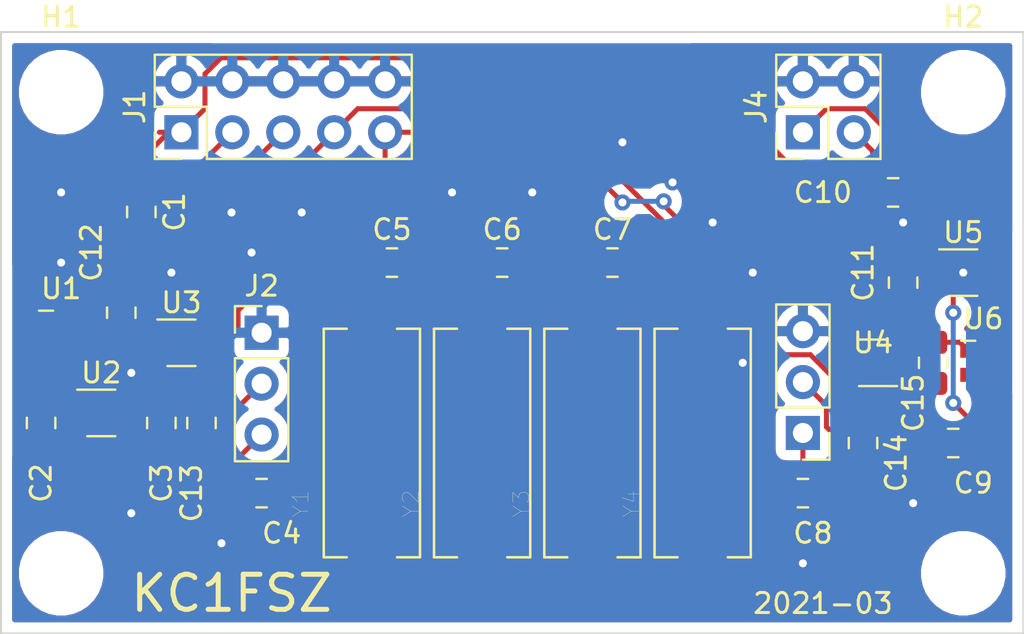
<source format=kicad_pcb>
(kicad_pcb (version 20171130) (host pcbnew "(5.1.7-0-10_14)")

  (general
    (thickness 1.6)
    (drawings 6)
    (tracks 163)
    (zones 0)
    (modules 33)
    (nets 30)
  )

  (page A4)
  (layers
    (0 F.Cu signal)
    (31 B.Cu signal)
    (32 B.Adhes user)
    (33 F.Adhes user)
    (34 B.Paste user)
    (35 F.Paste user)
    (36 B.SilkS user)
    (37 F.SilkS user)
    (38 B.Mask user)
    (39 F.Mask user)
    (40 Dwgs.User user)
    (41 Cmts.User user)
    (42 Eco1.User user)
    (43 Eco2.User user)
    (44 Edge.Cuts user)
    (45 Margin user)
    (46 B.CrtYd user)
    (47 F.CrtYd user)
    (48 B.Fab user)
    (49 F.Fab user hide)
  )

  (setup
    (last_trace_width 0.25)
    (trace_clearance 0.2)
    (zone_clearance 0.508)
    (zone_45_only no)
    (trace_min 0.2)
    (via_size 0.8)
    (via_drill 0.4)
    (via_min_size 0.4)
    (via_min_drill 0.3)
    (uvia_size 0.3)
    (uvia_drill 0.1)
    (uvias_allowed no)
    (uvia_min_size 0.2)
    (uvia_min_drill 0.1)
    (edge_width 0.05)
    (segment_width 0.2)
    (pcb_text_width 0.3)
    (pcb_text_size 1.5 1.5)
    (mod_edge_width 0.12)
    (mod_text_size 1 1)
    (mod_text_width 0.15)
    (pad_size 1.524 1.524)
    (pad_drill 0.762)
    (pad_to_mask_clearance 0)
    (aux_axis_origin 0 0)
    (visible_elements FFFFFF7F)
    (pcbplotparams
      (layerselection 0x010fc_ffffffff)
      (usegerberextensions false)
      (usegerberattributes true)
      (usegerberadvancedattributes true)
      (creategerberjobfile true)
      (excludeedgelayer true)
      (linewidth 0.100000)
      (plotframeref false)
      (viasonmask false)
      (mode 1)
      (useauxorigin false)
      (hpglpennumber 1)
      (hpglpenspeed 20)
      (hpglpendiameter 15.000000)
      (psnegative false)
      (psa4output false)
      (plotreference true)
      (plotvalue true)
      (plotinvisibletext false)
      (padsonsilk false)
      (subtractmaskfromsilk false)
      (outputformat 1)
      (mirror false)
      (drillshape 0)
      (scaleselection 1)
      (outputdirectory ""))
  )

  (net 0 "")
  (net 1 TX_IN)
  (net 2 "Net-(C1-Pad2)")
  (net 3 GNDA)
  (net 4 +5VA)
  (net 5 "Net-(C3-Pad1)")
  (net 6 "Net-(C3-Pad2)")
  (net 7 "Net-(C4-Pad1)")
  (net 8 "Net-(C4-Pad2)")
  (net 9 "Net-(C5-Pad1)")
  (net 10 "Net-(C6-Pad1)")
  (net 11 "Net-(C7-Pad1)")
  (net 12 "Net-(C8-Pad1)")
  (net 13 "Net-(C8-Pad2)")
  (net 14 "Net-(C9-Pad2)")
  (net 15 "Net-(C9-Pad1)")
  (net 16 RX_IN)
  (net 17 "Net-(C10-Pad2)")
  (net 18 SEL1)
  (net 19 SEL2)
  (net 20 RX_OUT)
  (net 21 FILTER_L)
  (net 22 FILTER_R)
  (net 23 TX_OUT)
  (net 24 "Net-(C12-Pad1)")
  (net 25 "Net-(C12-Pad2)")
  (net 26 "Net-(C13-Pad1)")
  (net 27 "Net-(C14-Pad1)")
  (net 28 "Net-(C15-Pad2)")
  (net 29 "Net-(C15-Pad1)")

  (net_class Default "This is the default net class."
    (clearance 0.2)
    (trace_width 0.25)
    (via_dia 0.8)
    (via_drill 0.4)
    (uvia_dia 0.3)
    (uvia_drill 0.1)
    (add_net +5VA)
    (add_net FILTER_L)
    (add_net FILTER_R)
    (add_net GNDA)
    (add_net "Net-(C1-Pad2)")
    (add_net "Net-(C10-Pad2)")
    (add_net "Net-(C12-Pad1)")
    (add_net "Net-(C12-Pad2)")
    (add_net "Net-(C13-Pad1)")
    (add_net "Net-(C14-Pad1)")
    (add_net "Net-(C15-Pad1)")
    (add_net "Net-(C15-Pad2)")
    (add_net "Net-(C3-Pad1)")
    (add_net "Net-(C3-Pad2)")
    (add_net "Net-(C4-Pad1)")
    (add_net "Net-(C4-Pad2)")
    (add_net "Net-(C5-Pad1)")
    (add_net "Net-(C6-Pad1)")
    (add_net "Net-(C7-Pad1)")
    (add_net "Net-(C8-Pad1)")
    (add_net "Net-(C8-Pad2)")
    (add_net "Net-(C9-Pad1)")
    (add_net "Net-(C9-Pad2)")
    (add_net RX_IN)
    (add_net RX_OUT)
    (add_net SEL1)
    (add_net SEL2)
    (add_net TX_IN)
    (add_net TX_OUT)
  )

  (module Capacitor_SMD:C_0805_2012Metric_Pad1.15x1.40mm_HandSolder (layer F.Cu) (tedit 5B36C52B) (tstamp 60596EC4)
    (at 88 88.975 270)
    (descr "Capacitor SMD 0805 (2012 Metric), square (rectangular) end terminal, IPC_7351 nominal with elongated pad for handsoldering. (Body size source: https://docs.google.com/spreadsheets/d/1BsfQQcO9C6DZCsRaXUlFlo91Tg2WpOkGARC1WS5S8t0/edit?usp=sharing), generated with kicad-footprint-generator")
    (tags "capacitor handsolder")
    (path /606D4531)
    (attr smd)
    (fp_text reference C1 (at 0 -1.65 90) (layer F.SilkS)
      (effects (font (size 1 1) (thickness 0.15)))
    )
    (fp_text value 0.1U (at 0 1.65 90) (layer F.Fab)
      (effects (font (size 1 1) (thickness 0.15)))
    )
    (fp_line (start -1 0.6) (end -1 -0.6) (layer F.Fab) (width 0.1))
    (fp_line (start -1 -0.6) (end 1 -0.6) (layer F.Fab) (width 0.1))
    (fp_line (start 1 -0.6) (end 1 0.6) (layer F.Fab) (width 0.1))
    (fp_line (start 1 0.6) (end -1 0.6) (layer F.Fab) (width 0.1))
    (fp_line (start -0.261252 -0.71) (end 0.261252 -0.71) (layer F.SilkS) (width 0.12))
    (fp_line (start -0.261252 0.71) (end 0.261252 0.71) (layer F.SilkS) (width 0.12))
    (fp_line (start -1.85 0.95) (end -1.85 -0.95) (layer F.CrtYd) (width 0.05))
    (fp_line (start -1.85 -0.95) (end 1.85 -0.95) (layer F.CrtYd) (width 0.05))
    (fp_line (start 1.85 -0.95) (end 1.85 0.95) (layer F.CrtYd) (width 0.05))
    (fp_line (start 1.85 0.95) (end -1.85 0.95) (layer F.CrtYd) (width 0.05))
    (fp_text user %R (at 0 0 90) (layer F.Fab)
      (effects (font (size 0.5 0.5) (thickness 0.08)))
    )
    (pad 1 smd roundrect (at -1.025 0 270) (size 1.15 1.4) (layers F.Cu F.Paste F.Mask) (roundrect_rratio 0.217391)
      (net 1 TX_IN))
    (pad 2 smd roundrect (at 1.025 0 270) (size 1.15 1.4) (layers F.Cu F.Paste F.Mask) (roundrect_rratio 0.217391)
      (net 2 "Net-(C1-Pad2)"))
    (model ${KISYS3DMOD}/Capacitor_SMD.3dshapes/C_0805_2012Metric.wrl
      (at (xyz 0 0 0))
      (scale (xyz 1 1 1))
      (rotate (xyz 0 0 0))
    )
  )

  (module Capacitor_SMD:C_0805_2012Metric_Pad1.15x1.40mm_HandSolder (layer F.Cu) (tedit 5B36C52B) (tstamp 60596ED5)
    (at 83 99.5 270)
    (descr "Capacitor SMD 0805 (2012 Metric), square (rectangular) end terminal, IPC_7351 nominal with elongated pad for handsoldering. (Body size source: https://docs.google.com/spreadsheets/d/1BsfQQcO9C6DZCsRaXUlFlo91Tg2WpOkGARC1WS5S8t0/edit?usp=sharing), generated with kicad-footprint-generator")
    (tags "capacitor handsolder")
    (path /606B393B)
    (attr smd)
    (fp_text reference C2 (at 3 0 90) (layer F.SilkS)
      (effects (font (size 1 1) (thickness 0.15)))
    )
    (fp_text value 0.1U (at 0 1.65 90) (layer F.Fab)
      (effects (font (size 1 1) (thickness 0.15)))
    )
    (fp_line (start 1.85 0.95) (end -1.85 0.95) (layer F.CrtYd) (width 0.05))
    (fp_line (start 1.85 -0.95) (end 1.85 0.95) (layer F.CrtYd) (width 0.05))
    (fp_line (start -1.85 -0.95) (end 1.85 -0.95) (layer F.CrtYd) (width 0.05))
    (fp_line (start -1.85 0.95) (end -1.85 -0.95) (layer F.CrtYd) (width 0.05))
    (fp_line (start -0.261252 0.71) (end 0.261252 0.71) (layer F.SilkS) (width 0.12))
    (fp_line (start -0.261252 -0.71) (end 0.261252 -0.71) (layer F.SilkS) (width 0.12))
    (fp_line (start 1 0.6) (end -1 0.6) (layer F.Fab) (width 0.1))
    (fp_line (start 1 -0.6) (end 1 0.6) (layer F.Fab) (width 0.1))
    (fp_line (start -1 -0.6) (end 1 -0.6) (layer F.Fab) (width 0.1))
    (fp_line (start -1 0.6) (end -1 -0.6) (layer F.Fab) (width 0.1))
    (fp_text user %R (at 0 0 90) (layer F.Fab)
      (effects (font (size 0.5 0.5) (thickness 0.08)))
    )
    (pad 2 smd roundrect (at 1.025 0 270) (size 1.15 1.4) (layers F.Cu F.Paste F.Mask) (roundrect_rratio 0.217391)
      (net 3 GNDA))
    (pad 1 smd roundrect (at -1.025 0 270) (size 1.15 1.4) (layers F.Cu F.Paste F.Mask) (roundrect_rratio 0.217391)
      (net 4 +5VA))
    (model ${KISYS3DMOD}/Capacitor_SMD.3dshapes/C_0805_2012Metric.wrl
      (at (xyz 0 0 0))
      (scale (xyz 1 1 1))
      (rotate (xyz 0 0 0))
    )
  )

  (module Capacitor_SMD:C_0805_2012Metric_Pad1.15x1.40mm_HandSolder (layer F.Cu) (tedit 5B36C52B) (tstamp 60596EE6)
    (at 89 99.5 270)
    (descr "Capacitor SMD 0805 (2012 Metric), square (rectangular) end terminal, IPC_7351 nominal with elongated pad for handsoldering. (Body size source: https://docs.google.com/spreadsheets/d/1BsfQQcO9C6DZCsRaXUlFlo91Tg2WpOkGARC1WS5S8t0/edit?usp=sharing), generated with kicad-footprint-generator")
    (tags "capacitor handsolder")
    (path /606B005D)
    (attr smd)
    (fp_text reference C3 (at 3 0 90) (layer F.SilkS)
      (effects (font (size 1 1) (thickness 0.15)))
    )
    (fp_text value 0.1U (at 0 1.65 90) (layer F.Fab)
      (effects (font (size 1 1) (thickness 0.15)))
    )
    (fp_line (start -1 0.6) (end -1 -0.6) (layer F.Fab) (width 0.1))
    (fp_line (start -1 -0.6) (end 1 -0.6) (layer F.Fab) (width 0.1))
    (fp_line (start 1 -0.6) (end 1 0.6) (layer F.Fab) (width 0.1))
    (fp_line (start 1 0.6) (end -1 0.6) (layer F.Fab) (width 0.1))
    (fp_line (start -0.261252 -0.71) (end 0.261252 -0.71) (layer F.SilkS) (width 0.12))
    (fp_line (start -0.261252 0.71) (end 0.261252 0.71) (layer F.SilkS) (width 0.12))
    (fp_line (start -1.85 0.95) (end -1.85 -0.95) (layer F.CrtYd) (width 0.05))
    (fp_line (start -1.85 -0.95) (end 1.85 -0.95) (layer F.CrtYd) (width 0.05))
    (fp_line (start 1.85 -0.95) (end 1.85 0.95) (layer F.CrtYd) (width 0.05))
    (fp_line (start 1.85 0.95) (end -1.85 0.95) (layer F.CrtYd) (width 0.05))
    (fp_text user %R (at 0 0 90) (layer F.Fab)
      (effects (font (size 0.5 0.5) (thickness 0.08)))
    )
    (pad 1 smd roundrect (at -1.025 0 270) (size 1.15 1.4) (layers F.Cu F.Paste F.Mask) (roundrect_rratio 0.217391)
      (net 5 "Net-(C3-Pad1)"))
    (pad 2 smd roundrect (at 1.025 0 270) (size 1.15 1.4) (layers F.Cu F.Paste F.Mask) (roundrect_rratio 0.217391)
      (net 6 "Net-(C3-Pad2)"))
    (model ${KISYS3DMOD}/Capacitor_SMD.3dshapes/C_0805_2012Metric.wrl
      (at (xyz 0 0 0))
      (scale (xyz 1 1 1))
      (rotate (xyz 0 0 0))
    )
  )

  (module Capacitor_SMD:C_0805_2012Metric_Pad1.15x1.40mm_HandSolder (layer F.Cu) (tedit 5B36C52B) (tstamp 60596EF7)
    (at 94 103 180)
    (descr "Capacitor SMD 0805 (2012 Metric), square (rectangular) end terminal, IPC_7351 nominal with elongated pad for handsoldering. (Body size source: https://docs.google.com/spreadsheets/d/1BsfQQcO9C6DZCsRaXUlFlo91Tg2WpOkGARC1WS5S8t0/edit?usp=sharing), generated with kicad-footprint-generator")
    (tags "capacitor handsolder")
    (path /606E6CF4)
    (attr smd)
    (fp_text reference C4 (at -1 -2) (layer F.SilkS)
      (effects (font (size 1 1) (thickness 0.15)))
    )
    (fp_text value 100P (at 0 1.65) (layer F.Fab)
      (effects (font (size 1 1) (thickness 0.15)))
    )
    (fp_line (start -1 0.6) (end -1 -0.6) (layer F.Fab) (width 0.1))
    (fp_line (start -1 -0.6) (end 1 -0.6) (layer F.Fab) (width 0.1))
    (fp_line (start 1 -0.6) (end 1 0.6) (layer F.Fab) (width 0.1))
    (fp_line (start 1 0.6) (end -1 0.6) (layer F.Fab) (width 0.1))
    (fp_line (start -0.261252 -0.71) (end 0.261252 -0.71) (layer F.SilkS) (width 0.12))
    (fp_line (start -0.261252 0.71) (end 0.261252 0.71) (layer F.SilkS) (width 0.12))
    (fp_line (start -1.85 0.95) (end -1.85 -0.95) (layer F.CrtYd) (width 0.05))
    (fp_line (start -1.85 -0.95) (end 1.85 -0.95) (layer F.CrtYd) (width 0.05))
    (fp_line (start 1.85 -0.95) (end 1.85 0.95) (layer F.CrtYd) (width 0.05))
    (fp_line (start 1.85 0.95) (end -1.85 0.95) (layer F.CrtYd) (width 0.05))
    (fp_text user %R (at 0 0) (layer F.Fab)
      (effects (font (size 0.5 0.5) (thickness 0.08)))
    )
    (pad 1 smd roundrect (at -1.025 0 180) (size 1.15 1.4) (layers F.Cu F.Paste F.Mask) (roundrect_rratio 0.217391)
      (net 7 "Net-(C4-Pad1)"))
    (pad 2 smd roundrect (at 1.025 0 180) (size 1.15 1.4) (layers F.Cu F.Paste F.Mask) (roundrect_rratio 0.217391)
      (net 8 "Net-(C4-Pad2)"))
    (model ${KISYS3DMOD}/Capacitor_SMD.3dshapes/C_0805_2012Metric.wrl
      (at (xyz 0 0 0))
      (scale (xyz 1 1 1))
      (rotate (xyz 0 0 0))
    )
  )

  (module Capacitor_SMD:C_0805_2012Metric_Pad1.15x1.40mm_HandSolder (layer F.Cu) (tedit 5B36C52B) (tstamp 60596F08)
    (at 100.5 91.5)
    (descr "Capacitor SMD 0805 (2012 Metric), square (rectangular) end terminal, IPC_7351 nominal with elongated pad for handsoldering. (Body size source: https://docs.google.com/spreadsheets/d/1BsfQQcO9C6DZCsRaXUlFlo91Tg2WpOkGARC1WS5S8t0/edit?usp=sharing), generated with kicad-footprint-generator")
    (tags "capacitor handsolder")
    (path /606F1ED6)
    (attr smd)
    (fp_text reference C5 (at 0 -1.65) (layer F.SilkS)
      (effects (font (size 1 1) (thickness 0.15)))
    )
    (fp_text value 100P (at 0 1.65) (layer F.Fab)
      (effects (font (size 1 1) (thickness 0.15)))
    )
    (fp_line (start 1.85 0.95) (end -1.85 0.95) (layer F.CrtYd) (width 0.05))
    (fp_line (start 1.85 -0.95) (end 1.85 0.95) (layer F.CrtYd) (width 0.05))
    (fp_line (start -1.85 -0.95) (end 1.85 -0.95) (layer F.CrtYd) (width 0.05))
    (fp_line (start -1.85 0.95) (end -1.85 -0.95) (layer F.CrtYd) (width 0.05))
    (fp_line (start -0.261252 0.71) (end 0.261252 0.71) (layer F.SilkS) (width 0.12))
    (fp_line (start -0.261252 -0.71) (end 0.261252 -0.71) (layer F.SilkS) (width 0.12))
    (fp_line (start 1 0.6) (end -1 0.6) (layer F.Fab) (width 0.1))
    (fp_line (start 1 -0.6) (end 1 0.6) (layer F.Fab) (width 0.1))
    (fp_line (start -1 -0.6) (end 1 -0.6) (layer F.Fab) (width 0.1))
    (fp_line (start -1 0.6) (end -1 -0.6) (layer F.Fab) (width 0.1))
    (fp_text user %R (at 0 0) (layer F.Fab)
      (effects (font (size 0.5 0.5) (thickness 0.08)))
    )
    (pad 2 smd roundrect (at 1.025 0) (size 1.15 1.4) (layers F.Cu F.Paste F.Mask) (roundrect_rratio 0.217391)
      (net 3 GNDA))
    (pad 1 smd roundrect (at -1.025 0) (size 1.15 1.4) (layers F.Cu F.Paste F.Mask) (roundrect_rratio 0.217391)
      (net 9 "Net-(C5-Pad1)"))
    (model ${KISYS3DMOD}/Capacitor_SMD.3dshapes/C_0805_2012Metric.wrl
      (at (xyz 0 0 0))
      (scale (xyz 1 1 1))
      (rotate (xyz 0 0 0))
    )
  )

  (module Capacitor_SMD:C_0805_2012Metric_Pad1.15x1.40mm_HandSolder (layer F.Cu) (tedit 5B36C52B) (tstamp 60596F19)
    (at 106 91.5)
    (descr "Capacitor SMD 0805 (2012 Metric), square (rectangular) end terminal, IPC_7351 nominal with elongated pad for handsoldering. (Body size source: https://docs.google.com/spreadsheets/d/1BsfQQcO9C6DZCsRaXUlFlo91Tg2WpOkGARC1WS5S8t0/edit?usp=sharing), generated with kicad-footprint-generator")
    (tags "capacitor handsolder")
    (path /606F3416)
    (attr smd)
    (fp_text reference C6 (at 0 -1.65) (layer F.SilkS)
      (effects (font (size 1 1) (thickness 0.15)))
    )
    (fp_text value 100P (at 0 1.65) (layer F.Fab)
      (effects (font (size 1 1) (thickness 0.15)))
    )
    (fp_line (start -1 0.6) (end -1 -0.6) (layer F.Fab) (width 0.1))
    (fp_line (start -1 -0.6) (end 1 -0.6) (layer F.Fab) (width 0.1))
    (fp_line (start 1 -0.6) (end 1 0.6) (layer F.Fab) (width 0.1))
    (fp_line (start 1 0.6) (end -1 0.6) (layer F.Fab) (width 0.1))
    (fp_line (start -0.261252 -0.71) (end 0.261252 -0.71) (layer F.SilkS) (width 0.12))
    (fp_line (start -0.261252 0.71) (end 0.261252 0.71) (layer F.SilkS) (width 0.12))
    (fp_line (start -1.85 0.95) (end -1.85 -0.95) (layer F.CrtYd) (width 0.05))
    (fp_line (start -1.85 -0.95) (end 1.85 -0.95) (layer F.CrtYd) (width 0.05))
    (fp_line (start 1.85 -0.95) (end 1.85 0.95) (layer F.CrtYd) (width 0.05))
    (fp_line (start 1.85 0.95) (end -1.85 0.95) (layer F.CrtYd) (width 0.05))
    (fp_text user %R (at 0 0) (layer F.Fab)
      (effects (font (size 0.5 0.5) (thickness 0.08)))
    )
    (pad 1 smd roundrect (at -1.025 0) (size 1.15 1.4) (layers F.Cu F.Paste F.Mask) (roundrect_rratio 0.217391)
      (net 10 "Net-(C6-Pad1)"))
    (pad 2 smd roundrect (at 1.025 0) (size 1.15 1.4) (layers F.Cu F.Paste F.Mask) (roundrect_rratio 0.217391)
      (net 3 GNDA))
    (model ${KISYS3DMOD}/Capacitor_SMD.3dshapes/C_0805_2012Metric.wrl
      (at (xyz 0 0 0))
      (scale (xyz 1 1 1))
      (rotate (xyz 0 0 0))
    )
  )

  (module Capacitor_SMD:C_0805_2012Metric_Pad1.15x1.40mm_HandSolder (layer F.Cu) (tedit 5B36C52B) (tstamp 60596F2A)
    (at 111.5 91.5)
    (descr "Capacitor SMD 0805 (2012 Metric), square (rectangular) end terminal, IPC_7351 nominal with elongated pad for handsoldering. (Body size source: https://docs.google.com/spreadsheets/d/1BsfQQcO9C6DZCsRaXUlFlo91Tg2WpOkGARC1WS5S8t0/edit?usp=sharing), generated with kicad-footprint-generator")
    (tags "capacitor handsolder")
    (path /606F3A4A)
    (attr smd)
    (fp_text reference C7 (at 0 -1.65) (layer F.SilkS)
      (effects (font (size 1 1) (thickness 0.15)))
    )
    (fp_text value 100P (at 0 1.65) (layer F.Fab)
      (effects (font (size 1 1) (thickness 0.15)))
    )
    (fp_line (start 1.85 0.95) (end -1.85 0.95) (layer F.CrtYd) (width 0.05))
    (fp_line (start 1.85 -0.95) (end 1.85 0.95) (layer F.CrtYd) (width 0.05))
    (fp_line (start -1.85 -0.95) (end 1.85 -0.95) (layer F.CrtYd) (width 0.05))
    (fp_line (start -1.85 0.95) (end -1.85 -0.95) (layer F.CrtYd) (width 0.05))
    (fp_line (start -0.261252 0.71) (end 0.261252 0.71) (layer F.SilkS) (width 0.12))
    (fp_line (start -0.261252 -0.71) (end 0.261252 -0.71) (layer F.SilkS) (width 0.12))
    (fp_line (start 1 0.6) (end -1 0.6) (layer F.Fab) (width 0.1))
    (fp_line (start 1 -0.6) (end 1 0.6) (layer F.Fab) (width 0.1))
    (fp_line (start -1 -0.6) (end 1 -0.6) (layer F.Fab) (width 0.1))
    (fp_line (start -1 0.6) (end -1 -0.6) (layer F.Fab) (width 0.1))
    (fp_text user %R (at 0 0) (layer F.Fab)
      (effects (font (size 0.5 0.5) (thickness 0.08)))
    )
    (pad 2 smd roundrect (at 1.025 0) (size 1.15 1.4) (layers F.Cu F.Paste F.Mask) (roundrect_rratio 0.217391)
      (net 3 GNDA))
    (pad 1 smd roundrect (at -1.025 0) (size 1.15 1.4) (layers F.Cu F.Paste F.Mask) (roundrect_rratio 0.217391)
      (net 11 "Net-(C7-Pad1)"))
    (model ${KISYS3DMOD}/Capacitor_SMD.3dshapes/C_0805_2012Metric.wrl
      (at (xyz 0 0 0))
      (scale (xyz 1 1 1))
      (rotate (xyz 0 0 0))
    )
  )

  (module Capacitor_SMD:C_0805_2012Metric_Pad1.15x1.40mm_HandSolder (layer F.Cu) (tedit 5B36C52B) (tstamp 60596F3B)
    (at 121 103 180)
    (descr "Capacitor SMD 0805 (2012 Metric), square (rectangular) end terminal, IPC_7351 nominal with elongated pad for handsoldering. (Body size source: https://docs.google.com/spreadsheets/d/1BsfQQcO9C6DZCsRaXUlFlo91Tg2WpOkGARC1WS5S8t0/edit?usp=sharing), generated with kicad-footprint-generator")
    (tags "capacitor handsolder")
    (path /606F40A7)
    (attr smd)
    (fp_text reference C8 (at -0.5 -2) (layer F.SilkS)
      (effects (font (size 1 1) (thickness 0.15)))
    )
    (fp_text value 100P (at 0 1.65) (layer F.Fab)
      (effects (font (size 1 1) (thickness 0.15)))
    )
    (fp_line (start -1 0.6) (end -1 -0.6) (layer F.Fab) (width 0.1))
    (fp_line (start -1 -0.6) (end 1 -0.6) (layer F.Fab) (width 0.1))
    (fp_line (start 1 -0.6) (end 1 0.6) (layer F.Fab) (width 0.1))
    (fp_line (start 1 0.6) (end -1 0.6) (layer F.Fab) (width 0.1))
    (fp_line (start -0.261252 -0.71) (end 0.261252 -0.71) (layer F.SilkS) (width 0.12))
    (fp_line (start -0.261252 0.71) (end 0.261252 0.71) (layer F.SilkS) (width 0.12))
    (fp_line (start -1.85 0.95) (end -1.85 -0.95) (layer F.CrtYd) (width 0.05))
    (fp_line (start -1.85 -0.95) (end 1.85 -0.95) (layer F.CrtYd) (width 0.05))
    (fp_line (start 1.85 -0.95) (end 1.85 0.95) (layer F.CrtYd) (width 0.05))
    (fp_line (start 1.85 0.95) (end -1.85 0.95) (layer F.CrtYd) (width 0.05))
    (fp_text user %R (at 0 0) (layer F.Fab)
      (effects (font (size 0.5 0.5) (thickness 0.08)))
    )
    (pad 1 smd roundrect (at -1.025 0 180) (size 1.15 1.4) (layers F.Cu F.Paste F.Mask) (roundrect_rratio 0.217391)
      (net 12 "Net-(C8-Pad1)"))
    (pad 2 smd roundrect (at 1.025 0 180) (size 1.15 1.4) (layers F.Cu F.Paste F.Mask) (roundrect_rratio 0.217391)
      (net 13 "Net-(C8-Pad2)"))
    (model ${KISYS3DMOD}/Capacitor_SMD.3dshapes/C_0805_2012Metric.wrl
      (at (xyz 0 0 0))
      (scale (xyz 1 1 1))
      (rotate (xyz 0 0 0))
    )
  )

  (module Capacitor_SMD:C_0805_2012Metric_Pad1.15x1.40mm_HandSolder (layer F.Cu) (tedit 5B36C52B) (tstamp 60596F4C)
    (at 128.5 100.5)
    (descr "Capacitor SMD 0805 (2012 Metric), square (rectangular) end terminal, IPC_7351 nominal with elongated pad for handsoldering. (Body size source: https://docs.google.com/spreadsheets/d/1BsfQQcO9C6DZCsRaXUlFlo91Tg2WpOkGARC1WS5S8t0/edit?usp=sharing), generated with kicad-footprint-generator")
    (tags "capacitor handsolder")
    (path /606D5BA5)
    (attr smd)
    (fp_text reference C9 (at 1 2) (layer F.SilkS)
      (effects (font (size 1 1) (thickness 0.15)))
    )
    (fp_text value 0.1U (at 0 1.65) (layer F.Fab)
      (effects (font (size 1 1) (thickness 0.15)))
    )
    (fp_line (start 1.85 0.95) (end -1.85 0.95) (layer F.CrtYd) (width 0.05))
    (fp_line (start 1.85 -0.95) (end 1.85 0.95) (layer F.CrtYd) (width 0.05))
    (fp_line (start -1.85 -0.95) (end 1.85 -0.95) (layer F.CrtYd) (width 0.05))
    (fp_line (start -1.85 0.95) (end -1.85 -0.95) (layer F.CrtYd) (width 0.05))
    (fp_line (start -0.261252 0.71) (end 0.261252 0.71) (layer F.SilkS) (width 0.12))
    (fp_line (start -0.261252 -0.71) (end 0.261252 -0.71) (layer F.SilkS) (width 0.12))
    (fp_line (start 1 0.6) (end -1 0.6) (layer F.Fab) (width 0.1))
    (fp_line (start 1 -0.6) (end 1 0.6) (layer F.Fab) (width 0.1))
    (fp_line (start -1 -0.6) (end 1 -0.6) (layer F.Fab) (width 0.1))
    (fp_line (start -1 0.6) (end -1 -0.6) (layer F.Fab) (width 0.1))
    (fp_text user %R (at 0 0) (layer F.Fab)
      (effects (font (size 0.5 0.5) (thickness 0.08)))
    )
    (pad 2 smd roundrect (at 1.025 0) (size 1.15 1.4) (layers F.Cu F.Paste F.Mask) (roundrect_rratio 0.217391)
      (net 14 "Net-(C9-Pad2)"))
    (pad 1 smd roundrect (at -1.025 0) (size 1.15 1.4) (layers F.Cu F.Paste F.Mask) (roundrect_rratio 0.217391)
      (net 15 "Net-(C9-Pad1)"))
    (model ${KISYS3DMOD}/Capacitor_SMD.3dshapes/C_0805_2012Metric.wrl
      (at (xyz 0 0 0))
      (scale (xyz 1 1 1))
      (rotate (xyz 0 0 0))
    )
  )

  (module Capacitor_SMD:C_0805_2012Metric_Pad1.15x1.40mm_HandSolder (layer F.Cu) (tedit 5B36C52B) (tstamp 60596F5D)
    (at 125.5 88)
    (descr "Capacitor SMD 0805 (2012 Metric), square (rectangular) end terminal, IPC_7351 nominal with elongated pad for handsoldering. (Body size source: https://docs.google.com/spreadsheets/d/1BsfQQcO9C6DZCsRaXUlFlo91Tg2WpOkGARC1WS5S8t0/edit?usp=sharing), generated with kicad-footprint-generator")
    (tags "capacitor handsolder")
    (path /606B8A79)
    (attr smd)
    (fp_text reference C10 (at -3.5 0) (layer F.SilkS)
      (effects (font (size 1 1) (thickness 0.15)))
    )
    (fp_text value 0.1U (at 0 1.65) (layer F.Fab)
      (effects (font (size 1 1) (thickness 0.15)))
    )
    (fp_line (start -1 0.6) (end -1 -0.6) (layer F.Fab) (width 0.1))
    (fp_line (start -1 -0.6) (end 1 -0.6) (layer F.Fab) (width 0.1))
    (fp_line (start 1 -0.6) (end 1 0.6) (layer F.Fab) (width 0.1))
    (fp_line (start 1 0.6) (end -1 0.6) (layer F.Fab) (width 0.1))
    (fp_line (start -0.261252 -0.71) (end 0.261252 -0.71) (layer F.SilkS) (width 0.12))
    (fp_line (start -0.261252 0.71) (end 0.261252 0.71) (layer F.SilkS) (width 0.12))
    (fp_line (start -1.85 0.95) (end -1.85 -0.95) (layer F.CrtYd) (width 0.05))
    (fp_line (start -1.85 -0.95) (end 1.85 -0.95) (layer F.CrtYd) (width 0.05))
    (fp_line (start 1.85 -0.95) (end 1.85 0.95) (layer F.CrtYd) (width 0.05))
    (fp_line (start 1.85 0.95) (end -1.85 0.95) (layer F.CrtYd) (width 0.05))
    (fp_text user %R (at 0 0) (layer F.Fab)
      (effects (font (size 0.5 0.5) (thickness 0.08)))
    )
    (pad 1 smd roundrect (at -1.025 0) (size 1.15 1.4) (layers F.Cu F.Paste F.Mask) (roundrect_rratio 0.217391)
      (net 16 RX_IN))
    (pad 2 smd roundrect (at 1.025 0) (size 1.15 1.4) (layers F.Cu F.Paste F.Mask) (roundrect_rratio 0.217391)
      (net 17 "Net-(C10-Pad2)"))
    (model ${KISYS3DMOD}/Capacitor_SMD.3dshapes/C_0805_2012Metric.wrl
      (at (xyz 0 0 0))
      (scale (xyz 1 1 1))
      (rotate (xyz 0 0 0))
    )
  )

  (module Capacitor_SMD:C_0805_2012Metric_Pad1.15x1.40mm_HandSolder (layer F.Cu) (tedit 5B36C52B) (tstamp 60596F6E)
    (at 126 92.5 270)
    (descr "Capacitor SMD 0805 (2012 Metric), square (rectangular) end terminal, IPC_7351 nominal with elongated pad for handsoldering. (Body size source: https://docs.google.com/spreadsheets/d/1BsfQQcO9C6DZCsRaXUlFlo91Tg2WpOkGARC1WS5S8t0/edit?usp=sharing), generated with kicad-footprint-generator")
    (tags "capacitor handsolder")
    (path /606B8AD6)
    (attr smd)
    (fp_text reference C11 (at -0.5 2 90) (layer F.SilkS)
      (effects (font (size 1 1) (thickness 0.15)))
    )
    (fp_text value 0.1U (at 0 1.65 90) (layer F.Fab)
      (effects (font (size 1 1) (thickness 0.15)))
    )
    (fp_line (start 1.85 0.95) (end -1.85 0.95) (layer F.CrtYd) (width 0.05))
    (fp_line (start 1.85 -0.95) (end 1.85 0.95) (layer F.CrtYd) (width 0.05))
    (fp_line (start -1.85 -0.95) (end 1.85 -0.95) (layer F.CrtYd) (width 0.05))
    (fp_line (start -1.85 0.95) (end -1.85 -0.95) (layer F.CrtYd) (width 0.05))
    (fp_line (start -0.261252 0.71) (end 0.261252 0.71) (layer F.SilkS) (width 0.12))
    (fp_line (start -0.261252 -0.71) (end 0.261252 -0.71) (layer F.SilkS) (width 0.12))
    (fp_line (start 1 0.6) (end -1 0.6) (layer F.Fab) (width 0.1))
    (fp_line (start 1 -0.6) (end 1 0.6) (layer F.Fab) (width 0.1))
    (fp_line (start -1 -0.6) (end 1 -0.6) (layer F.Fab) (width 0.1))
    (fp_line (start -1 0.6) (end -1 -0.6) (layer F.Fab) (width 0.1))
    (fp_text user %R (at 0 0 90) (layer F.Fab)
      (effects (font (size 0.5 0.5) (thickness 0.08)))
    )
    (pad 2 smd roundrect (at 1.025 0 270) (size 1.15 1.4) (layers F.Cu F.Paste F.Mask) (roundrect_rratio 0.217391)
      (net 3 GNDA))
    (pad 1 smd roundrect (at -1.025 0 270) (size 1.15 1.4) (layers F.Cu F.Paste F.Mask) (roundrect_rratio 0.217391)
      (net 4 +5VA))
    (model ${KISYS3DMOD}/Capacitor_SMD.3dshapes/C_0805_2012Metric.wrl
      (at (xyz 0 0 0))
      (scale (xyz 1 1 1))
      (rotate (xyz 0 0 0))
    )
  )

  (module Connector_PinHeader_2.54mm:PinHeader_2x05_P2.54mm_Vertical (layer F.Cu) (tedit 59FED5CC) (tstamp 60596F8E)
    (at 90 85 90)
    (descr "Through hole straight pin header, 2x05, 2.54mm pitch, double rows")
    (tags "Through hole pin header THT 2x05 2.54mm double row")
    (path /607304B9)
    (fp_text reference J1 (at 1.27 -2.33 90) (layer F.SilkS)
      (effects (font (size 1 1) (thickness 0.15)))
    )
    (fp_text value Conn_02x05_Odd_Even (at 1.27 12.49 90) (layer F.Fab)
      (effects (font (size 1 1) (thickness 0.15)))
    )
    (fp_line (start 0 -1.27) (end 3.81 -1.27) (layer F.Fab) (width 0.1))
    (fp_line (start 3.81 -1.27) (end 3.81 11.43) (layer F.Fab) (width 0.1))
    (fp_line (start 3.81 11.43) (end -1.27 11.43) (layer F.Fab) (width 0.1))
    (fp_line (start -1.27 11.43) (end -1.27 0) (layer F.Fab) (width 0.1))
    (fp_line (start -1.27 0) (end 0 -1.27) (layer F.Fab) (width 0.1))
    (fp_line (start -1.33 11.49) (end 3.87 11.49) (layer F.SilkS) (width 0.12))
    (fp_line (start -1.33 1.27) (end -1.33 11.49) (layer F.SilkS) (width 0.12))
    (fp_line (start 3.87 -1.33) (end 3.87 11.49) (layer F.SilkS) (width 0.12))
    (fp_line (start -1.33 1.27) (end 1.27 1.27) (layer F.SilkS) (width 0.12))
    (fp_line (start 1.27 1.27) (end 1.27 -1.33) (layer F.SilkS) (width 0.12))
    (fp_line (start 1.27 -1.33) (end 3.87 -1.33) (layer F.SilkS) (width 0.12))
    (fp_line (start -1.33 0) (end -1.33 -1.33) (layer F.SilkS) (width 0.12))
    (fp_line (start -1.33 -1.33) (end 0 -1.33) (layer F.SilkS) (width 0.12))
    (fp_line (start -1.8 -1.8) (end -1.8 11.95) (layer F.CrtYd) (width 0.05))
    (fp_line (start -1.8 11.95) (end 4.35 11.95) (layer F.CrtYd) (width 0.05))
    (fp_line (start 4.35 11.95) (end 4.35 -1.8) (layer F.CrtYd) (width 0.05))
    (fp_line (start 4.35 -1.8) (end -1.8 -1.8) (layer F.CrtYd) (width 0.05))
    (fp_text user %R (at 1.27 5.08) (layer F.Fab)
      (effects (font (size 1 1) (thickness 0.15)))
    )
    (pad 1 thru_hole rect (at 0 0 90) (size 1.7 1.7) (drill 1) (layers *.Cu *.Mask)
      (net 4 +5VA))
    (pad 2 thru_hole oval (at 2.54 0 90) (size 1.7 1.7) (drill 1) (layers *.Cu *.Mask)
      (net 3 GNDA))
    (pad 3 thru_hole oval (at 0 2.54 90) (size 1.7 1.7) (drill 1) (layers *.Cu *.Mask)
      (net 1 TX_IN))
    (pad 4 thru_hole oval (at 2.54 2.54 90) (size 1.7 1.7) (drill 1) (layers *.Cu *.Mask)
      (net 3 GNDA))
    (pad 5 thru_hole oval (at 0 5.08 90) (size 1.7 1.7) (drill 1) (layers *.Cu *.Mask)
      (net 20 RX_OUT))
    (pad 6 thru_hole oval (at 2.54 5.08 90) (size 1.7 1.7) (drill 1) (layers *.Cu *.Mask)
      (net 3 GNDA))
    (pad 7 thru_hole oval (at 0 7.62 90) (size 1.7 1.7) (drill 1) (layers *.Cu *.Mask)
      (net 18 SEL1))
    (pad 8 thru_hole oval (at 2.54 7.62 90) (size 1.7 1.7) (drill 1) (layers *.Cu *.Mask)
      (net 3 GNDA))
    (pad 9 thru_hole oval (at 0 10.16 90) (size 1.7 1.7) (drill 1) (layers *.Cu *.Mask)
      (net 19 SEL2))
    (pad 10 thru_hole oval (at 2.54 10.16 90) (size 1.7 1.7) (drill 1) (layers *.Cu *.Mask)
      (net 3 GNDA))
    (model ${KISYS3DMOD}/Connector_PinHeader_2.54mm.3dshapes/PinHeader_2x05_P2.54mm_Vertical.wrl
      (at (xyz 0 0 0))
      (scale (xyz 1 1 1))
      (rotate (xyz 0 0 0))
    )
  )

  (module Connector_PinHeader_2.54mm:PinHeader_1x03_P2.54mm_Vertical (layer F.Cu) (tedit 59FED5CC) (tstamp 60597B68)
    (at 94 95)
    (descr "Through hole straight pin header, 1x03, 2.54mm pitch, single row")
    (tags "Through hole pin header THT 1x03 2.54mm single row")
    (path /606EC59C)
    (fp_text reference J2 (at 0 -2.33) (layer F.SilkS)
      (effects (font (size 1 1) (thickness 0.15)))
    )
    (fp_text value Conn_01x03 (at 0 7.41) (layer F.Fab)
      (effects (font (size 1 1) (thickness 0.15)))
    )
    (fp_line (start -0.635 -1.27) (end 1.27 -1.27) (layer F.Fab) (width 0.1))
    (fp_line (start 1.27 -1.27) (end 1.27 6.35) (layer F.Fab) (width 0.1))
    (fp_line (start 1.27 6.35) (end -1.27 6.35) (layer F.Fab) (width 0.1))
    (fp_line (start -1.27 6.35) (end -1.27 -0.635) (layer F.Fab) (width 0.1))
    (fp_line (start -1.27 -0.635) (end -0.635 -1.27) (layer F.Fab) (width 0.1))
    (fp_line (start -1.33 6.41) (end 1.33 6.41) (layer F.SilkS) (width 0.12))
    (fp_line (start -1.33 1.27) (end -1.33 6.41) (layer F.SilkS) (width 0.12))
    (fp_line (start 1.33 1.27) (end 1.33 6.41) (layer F.SilkS) (width 0.12))
    (fp_line (start -1.33 1.27) (end 1.33 1.27) (layer F.SilkS) (width 0.12))
    (fp_line (start -1.33 0) (end -1.33 -1.33) (layer F.SilkS) (width 0.12))
    (fp_line (start -1.33 -1.33) (end 0 -1.33) (layer F.SilkS) (width 0.12))
    (fp_line (start -1.8 -1.8) (end -1.8 6.85) (layer F.CrtYd) (width 0.05))
    (fp_line (start -1.8 6.85) (end 1.8 6.85) (layer F.CrtYd) (width 0.05))
    (fp_line (start 1.8 6.85) (end 1.8 -1.8) (layer F.CrtYd) (width 0.05))
    (fp_line (start 1.8 -1.8) (end -1.8 -1.8) (layer F.CrtYd) (width 0.05))
    (fp_text user %R (at 0 2.54 90) (layer F.Fab)
      (effects (font (size 1 1) (thickness 0.15)))
    )
    (pad 1 thru_hole rect (at 0 0) (size 1.7 1.7) (drill 1) (layers *.Cu *.Mask)
      (net 3 GNDA))
    (pad 2 thru_hole oval (at 0 2.54) (size 1.7 1.7) (drill 1) (layers *.Cu *.Mask)
      (net 21 FILTER_L))
    (pad 3 thru_hole oval (at 0 5.08) (size 1.7 1.7) (drill 1) (layers *.Cu *.Mask)
      (net 8 "Net-(C4-Pad2)"))
    (model ${KISYS3DMOD}/Connector_PinHeader_2.54mm.3dshapes/PinHeader_1x03_P2.54mm_Vertical.wrl
      (at (xyz 0 0 0))
      (scale (xyz 1 1 1))
      (rotate (xyz 0 0 0))
    )
  )

  (module Connector_PinHeader_2.54mm:PinHeader_1x03_P2.54mm_Vertical (layer F.Cu) (tedit 59FED5CC) (tstamp 60596FBC)
    (at 121 100 180)
    (descr "Through hole straight pin header, 1x03, 2.54mm pitch, single row")
    (tags "Through hole pin header THT 1x03 2.54mm single row")
    (path /606F4C0E)
    (fp_text reference J3 (at 0 -2.33) (layer F.SilkS) hide
      (effects (font (size 1 1) (thickness 0.15)))
    )
    (fp_text value Conn_01x03 (at 0 7.41) (layer F.Fab)
      (effects (font (size 1 1) (thickness 0.15)))
    )
    (fp_line (start 1.8 -1.8) (end -1.8 -1.8) (layer F.CrtYd) (width 0.05))
    (fp_line (start 1.8 6.85) (end 1.8 -1.8) (layer F.CrtYd) (width 0.05))
    (fp_line (start -1.8 6.85) (end 1.8 6.85) (layer F.CrtYd) (width 0.05))
    (fp_line (start -1.8 -1.8) (end -1.8 6.85) (layer F.CrtYd) (width 0.05))
    (fp_line (start -1.33 -1.33) (end 0 -1.33) (layer F.SilkS) (width 0.12))
    (fp_line (start -1.33 0) (end -1.33 -1.33) (layer F.SilkS) (width 0.12))
    (fp_line (start -1.33 1.27) (end 1.33 1.27) (layer F.SilkS) (width 0.12))
    (fp_line (start 1.33 1.27) (end 1.33 6.41) (layer F.SilkS) (width 0.12))
    (fp_line (start -1.33 1.27) (end -1.33 6.41) (layer F.SilkS) (width 0.12))
    (fp_line (start -1.33 6.41) (end 1.33 6.41) (layer F.SilkS) (width 0.12))
    (fp_line (start -1.27 -0.635) (end -0.635 -1.27) (layer F.Fab) (width 0.1))
    (fp_line (start -1.27 6.35) (end -1.27 -0.635) (layer F.Fab) (width 0.1))
    (fp_line (start 1.27 6.35) (end -1.27 6.35) (layer F.Fab) (width 0.1))
    (fp_line (start 1.27 -1.27) (end 1.27 6.35) (layer F.Fab) (width 0.1))
    (fp_line (start -0.635 -1.27) (end 1.27 -1.27) (layer F.Fab) (width 0.1))
    (fp_text user %R (at 0 2.54 90) (layer F.Fab)
      (effects (font (size 1 1) (thickness 0.15)))
    )
    (pad 3 thru_hole oval (at 0 5.08 180) (size 1.7 1.7) (drill 1) (layers *.Cu *.Mask)
      (net 3 GNDA))
    (pad 2 thru_hole oval (at 0 2.54 180) (size 1.7 1.7) (drill 1) (layers *.Cu *.Mask)
      (net 22 FILTER_R))
    (pad 1 thru_hole rect (at 0 0 180) (size 1.7 1.7) (drill 1) (layers *.Cu *.Mask)
      (net 12 "Net-(C8-Pad1)"))
    (model ${KISYS3DMOD}/Connector_PinHeader_2.54mm.3dshapes/PinHeader_1x03_P2.54mm_Vertical.wrl
      (at (xyz 0 0 0))
      (scale (xyz 1 1 1))
      (rotate (xyz 0 0 0))
    )
  )

  (module Connector_PinHeader_2.54mm:PinHeader_2x02_P2.54mm_Vertical (layer F.Cu) (tedit 59FED5CC) (tstamp 60596FD6)
    (at 121 85 90)
    (descr "Through hole straight pin header, 2x02, 2.54mm pitch, double rows")
    (tags "Through hole pin header THT 2x02 2.54mm double row")
    (path /6074F67C)
    (fp_text reference J4 (at 1.27 -2.33 90) (layer F.SilkS)
      (effects (font (size 1 1) (thickness 0.15)))
    )
    (fp_text value Conn_02x02_Odd_Even (at 1.27 4.87 90) (layer F.Fab)
      (effects (font (size 1 1) (thickness 0.15)))
    )
    (fp_line (start 0 -1.27) (end 3.81 -1.27) (layer F.Fab) (width 0.1))
    (fp_line (start 3.81 -1.27) (end 3.81 3.81) (layer F.Fab) (width 0.1))
    (fp_line (start 3.81 3.81) (end -1.27 3.81) (layer F.Fab) (width 0.1))
    (fp_line (start -1.27 3.81) (end -1.27 0) (layer F.Fab) (width 0.1))
    (fp_line (start -1.27 0) (end 0 -1.27) (layer F.Fab) (width 0.1))
    (fp_line (start -1.33 3.87) (end 3.87 3.87) (layer F.SilkS) (width 0.12))
    (fp_line (start -1.33 1.27) (end -1.33 3.87) (layer F.SilkS) (width 0.12))
    (fp_line (start 3.87 -1.33) (end 3.87 3.87) (layer F.SilkS) (width 0.12))
    (fp_line (start -1.33 1.27) (end 1.27 1.27) (layer F.SilkS) (width 0.12))
    (fp_line (start 1.27 1.27) (end 1.27 -1.33) (layer F.SilkS) (width 0.12))
    (fp_line (start 1.27 -1.33) (end 3.87 -1.33) (layer F.SilkS) (width 0.12))
    (fp_line (start -1.33 0) (end -1.33 -1.33) (layer F.SilkS) (width 0.12))
    (fp_line (start -1.33 -1.33) (end 0 -1.33) (layer F.SilkS) (width 0.12))
    (fp_line (start -1.8 -1.8) (end -1.8 4.35) (layer F.CrtYd) (width 0.05))
    (fp_line (start -1.8 4.35) (end 4.35 4.35) (layer F.CrtYd) (width 0.05))
    (fp_line (start 4.35 4.35) (end 4.35 -1.8) (layer F.CrtYd) (width 0.05))
    (fp_line (start 4.35 -1.8) (end -1.8 -1.8) (layer F.CrtYd) (width 0.05))
    (fp_text user %R (at 1.27 1.27) (layer F.Fab)
      (effects (font (size 1 1) (thickness 0.15)))
    )
    (pad 1 thru_hole rect (at 0 0 90) (size 1.7 1.7) (drill 1) (layers *.Cu *.Mask)
      (net 23 TX_OUT))
    (pad 2 thru_hole oval (at 2.54 0 90) (size 1.7 1.7) (drill 1) (layers *.Cu *.Mask)
      (net 3 GNDA))
    (pad 3 thru_hole oval (at 0 2.54 90) (size 1.7 1.7) (drill 1) (layers *.Cu *.Mask)
      (net 16 RX_IN))
    (pad 4 thru_hole oval (at 2.54 2.54 90) (size 1.7 1.7) (drill 1) (layers *.Cu *.Mask)
      (net 3 GNDA))
    (model ${KISYS3DMOD}/Connector_PinHeader_2.54mm.3dshapes/PinHeader_2x02_P2.54mm_Vertical.wrl
      (at (xyz 0 0 0))
      (scale (xyz 1 1 1))
      (rotate (xyz 0 0 0))
    )
  )

  (module RF_Converter:RF_Attenuator_Susumu_PAT1220 (layer F.Cu) (tedit 5C377ED3) (tstamp 60596FE8)
    (at 84 95)
    (descr "http://www.susumu-usa.com/pdf/Foot_Print_38.pdf, https://www.susumu.co.jp/common/pdf/n_catalog_partition16_en.pdf")
    (tags "2mm 1.2mm")
    (path /606A8FAD)
    (attr smd)
    (fp_text reference U1 (at 0 -2.2) (layer F.SilkS)
      (effects (font (size 1 1) (thickness 0.15)))
    )
    (fp_text value PAT1220-C-6DB (at 0 2.3) (layer F.Fab)
      (effects (font (size 1 1) (thickness 0.15)))
    )
    (fp_line (start -1.1 -1.1) (end -0.4 -1.1) (layer F.SilkS) (width 0.12))
    (fp_line (start -0.6875 -0.625) (end 1 -0.625) (layer F.Fab) (width 0.1))
    (fp_line (start 1 -0.625) (end 1 0.625) (layer F.Fab) (width 0.1))
    (fp_line (start 1 0.625) (end -1 0.625) (layer F.Fab) (width 0.1))
    (fp_line (start -1 0.625) (end -1 -0.3125) (layer F.Fab) (width 0.1))
    (fp_line (start -1 -0.3125) (end -0.6875 -0.625) (layer F.Fab) (width 0.1))
    (fp_line (start -1.4 -1.2) (end 1.4 -1.2) (layer F.CrtYd) (width 0.05))
    (fp_line (start 1.4 -1.2) (end 1.4 1.2) (layer F.CrtYd) (width 0.05))
    (fp_line (start 1.4 1.2) (end -1.4 1.2) (layer F.CrtYd) (width 0.05))
    (fp_line (start -1.4 1.2) (end -1.4 -1.2) (layer F.CrtYd) (width 0.05))
    (fp_text user %R (at 0 0) (layer F.Fab)
      (effects (font (size 0.5 0.5) (thickness 0.075)))
    )
    (pad 1 smd rect (at -0.75 -0.6) (size 0.8 0.7) (layers F.Cu F.Paste F.Mask)
      (net 20 RX_OUT))
    (pad 3 smd rect (at 0 0.6) (size 2.3 0.7) (layers F.Cu F.Paste F.Mask)
      (net 3 GNDA))
    (pad 2 smd rect (at 0.75 -0.6) (size 0.8 0.7) (layers F.Cu F.Paste F.Mask)
      (net 25 "Net-(C12-Pad2)"))
    (model ${KISYS3DMOD}/RF_Converter.3dshapes/RF_Attenuator_Susumu_PAT1220.wrl
      (at (xyz 0 0 0))
      (scale (xyz 1 1 1))
      (rotate (xyz 0 0 0))
    )
  )

  (module Package_TO_SOT_SMD:SOT-363_SC-70-6 (layer F.Cu) (tedit 5A02FF57) (tstamp 60596FFE)
    (at 86 99)
    (descr "SOT-363, SC-70-6")
    (tags "SOT-363 SC-70-6")
    (path /606A84E6)
    (attr smd)
    (fp_text reference U2 (at 0 -2) (layer F.SilkS)
      (effects (font (size 1 1) (thickness 0.15)))
    )
    (fp_text value BGA2867 (at 0 2 180) (layer F.Fab)
      (effects (font (size 1 1) (thickness 0.15)))
    )
    (fp_line (start 0.7 -1.16) (end -1.2 -1.16) (layer F.SilkS) (width 0.12))
    (fp_line (start -0.7 1.16) (end 0.7 1.16) (layer F.SilkS) (width 0.12))
    (fp_line (start 1.6 1.4) (end 1.6 -1.4) (layer F.CrtYd) (width 0.05))
    (fp_line (start -1.6 -1.4) (end -1.6 1.4) (layer F.CrtYd) (width 0.05))
    (fp_line (start -1.6 -1.4) (end 1.6 -1.4) (layer F.CrtYd) (width 0.05))
    (fp_line (start 0.675 -1.1) (end -0.175 -1.1) (layer F.Fab) (width 0.1))
    (fp_line (start -0.675 -0.6) (end -0.675 1.1) (layer F.Fab) (width 0.1))
    (fp_line (start -1.6 1.4) (end 1.6 1.4) (layer F.CrtYd) (width 0.05))
    (fp_line (start 0.675 -1.1) (end 0.675 1.1) (layer F.Fab) (width 0.1))
    (fp_line (start 0.675 1.1) (end -0.675 1.1) (layer F.Fab) (width 0.1))
    (fp_line (start -0.175 -1.1) (end -0.675 -0.6) (layer F.Fab) (width 0.1))
    (fp_text user %R (at 0 0 90) (layer F.Fab)
      (effects (font (size 0.5 0.5) (thickness 0.075)))
    )
    (pad 1 smd rect (at -0.95 -0.65) (size 0.65 0.4) (layers F.Cu F.Paste F.Mask)
      (net 4 +5VA))
    (pad 3 smd rect (at -0.95 0.65) (size 0.65 0.4) (layers F.Cu F.Paste F.Mask)
      (net 6 "Net-(C3-Pad2)"))
    (pad 5 smd rect (at 0.95 0) (size 0.65 0.4) (layers F.Cu F.Paste F.Mask)
      (net 3 GNDA))
    (pad 2 smd rect (at -0.95 0) (size 0.65 0.4) (layers F.Cu F.Paste F.Mask)
      (net 3 GNDA))
    (pad 4 smd rect (at 0.95 0.65) (size 0.65 0.4) (layers F.Cu F.Paste F.Mask)
      (net 3 GNDA))
    (pad 6 smd rect (at 0.95 -0.65) (size 0.65 0.4) (layers F.Cu F.Paste F.Mask)
      (net 2 "Net-(C1-Pad2)"))
    (model ${KISYS3DMOD}/Package_TO_SOT_SMD.3dshapes/SOT-363_SC-70-6.wrl
      (at (xyz 0 0 0))
      (scale (xyz 1 1 1))
      (rotate (xyz 0 0 0))
    )
  )

  (module Package_TO_SOT_SMD:SOT-363_SC-70-6 (layer F.Cu) (tedit 5A02FF57) (tstamp 60597014)
    (at 90 95.5)
    (descr "SOT-363, SC-70-6")
    (tags "SOT-363 SC-70-6")
    (path /606AB32D)
    (attr smd)
    (fp_text reference U3 (at 0 -2) (layer F.SilkS)
      (effects (font (size 1 1) (thickness 0.15)))
    )
    (fp_text value MASW-007221 (at 0 2 180) (layer F.Fab)
      (effects (font (size 1 1) (thickness 0.15)))
    )
    (fp_line (start -0.175 -1.1) (end -0.675 -0.6) (layer F.Fab) (width 0.1))
    (fp_line (start 0.675 1.1) (end -0.675 1.1) (layer F.Fab) (width 0.1))
    (fp_line (start 0.675 -1.1) (end 0.675 1.1) (layer F.Fab) (width 0.1))
    (fp_line (start -1.6 1.4) (end 1.6 1.4) (layer F.CrtYd) (width 0.05))
    (fp_line (start -0.675 -0.6) (end -0.675 1.1) (layer F.Fab) (width 0.1))
    (fp_line (start 0.675 -1.1) (end -0.175 -1.1) (layer F.Fab) (width 0.1))
    (fp_line (start -1.6 -1.4) (end 1.6 -1.4) (layer F.CrtYd) (width 0.05))
    (fp_line (start -1.6 -1.4) (end -1.6 1.4) (layer F.CrtYd) (width 0.05))
    (fp_line (start 1.6 1.4) (end 1.6 -1.4) (layer F.CrtYd) (width 0.05))
    (fp_line (start -0.7 1.16) (end 0.7 1.16) (layer F.SilkS) (width 0.12))
    (fp_line (start 0.7 -1.16) (end -1.2 -1.16) (layer F.SilkS) (width 0.12))
    (fp_text user %R (at 0 0 90) (layer F.Fab)
      (effects (font (size 0.5 0.5) (thickness 0.075)))
    )
    (pad 6 smd rect (at 0.95 -0.65) (size 0.65 0.4) (layers F.Cu F.Paste F.Mask)
      (net 18 SEL1))
    (pad 4 smd rect (at 0.95 0.65) (size 0.65 0.4) (layers F.Cu F.Paste F.Mask)
      (net 19 SEL2))
    (pad 2 smd rect (at -0.95 0) (size 0.65 0.4) (layers F.Cu F.Paste F.Mask)
      (net 3 GNDA))
    (pad 5 smd rect (at 0.95 0) (size 0.65 0.4) (layers F.Cu F.Paste F.Mask)
      (net 26 "Net-(C13-Pad1)"))
    (pad 3 smd rect (at -0.95 0.65) (size 0.65 0.4) (layers F.Cu F.Paste F.Mask)
      (net 5 "Net-(C3-Pad1)"))
    (pad 1 smd rect (at -0.95 -0.65) (size 0.65 0.4) (layers F.Cu F.Paste F.Mask)
      (net 24 "Net-(C12-Pad1)"))
    (model ${KISYS3DMOD}/Package_TO_SOT_SMD.3dshapes/SOT-363_SC-70-6.wrl
      (at (xyz 0 0 0))
      (scale (xyz 1 1 1))
      (rotate (xyz 0 0 0))
    )
  )

  (module Package_TO_SOT_SMD:SOT-363_SC-70-6 (layer F.Cu) (tedit 5A02FF57) (tstamp 6059702A)
    (at 124.5 96.5 180)
    (descr "SOT-363, SC-70-6")
    (tags "SOT-363 SC-70-6")
    (path /606B8A33)
    (attr smd)
    (fp_text reference U4 (at 0 1) (layer F.SilkS)
      (effects (font (size 1 1) (thickness 0.15)))
    )
    (fp_text value MASW-007221 (at 0 2 180) (layer F.Fab)
      (effects (font (size 1 1) (thickness 0.15)))
    )
    (fp_line (start -0.175 -1.1) (end -0.675 -0.6) (layer F.Fab) (width 0.1))
    (fp_line (start 0.675 1.1) (end -0.675 1.1) (layer F.Fab) (width 0.1))
    (fp_line (start 0.675 -1.1) (end 0.675 1.1) (layer F.Fab) (width 0.1))
    (fp_line (start -1.6 1.4) (end 1.6 1.4) (layer F.CrtYd) (width 0.05))
    (fp_line (start -0.675 -0.6) (end -0.675 1.1) (layer F.Fab) (width 0.1))
    (fp_line (start 0.675 -1.1) (end -0.175 -1.1) (layer F.Fab) (width 0.1))
    (fp_line (start -1.6 -1.4) (end 1.6 -1.4) (layer F.CrtYd) (width 0.05))
    (fp_line (start -1.6 -1.4) (end -1.6 1.4) (layer F.CrtYd) (width 0.05))
    (fp_line (start 1.6 1.4) (end 1.6 -1.4) (layer F.CrtYd) (width 0.05))
    (fp_line (start -0.7 1.16) (end 0.7 1.16) (layer F.SilkS) (width 0.12))
    (fp_line (start 0.7 -1.16) (end -1.2 -1.16) (layer F.SilkS) (width 0.12))
    (fp_text user %R (at 0 0 90) (layer F.Fab)
      (effects (font (size 0.5 0.5) (thickness 0.075)))
    )
    (pad 6 smd rect (at 0.95 -0.65 180) (size 0.65 0.4) (layers F.Cu F.Paste F.Mask)
      (net 18 SEL1))
    (pad 4 smd rect (at 0.95 0.65 180) (size 0.65 0.4) (layers F.Cu F.Paste F.Mask)
      (net 19 SEL2))
    (pad 2 smd rect (at -0.95 0 180) (size 0.65 0.4) (layers F.Cu F.Paste F.Mask)
      (net 3 GNDA))
    (pad 5 smd rect (at 0.95 0 180) (size 0.65 0.4) (layers F.Cu F.Paste F.Mask)
      (net 27 "Net-(C14-Pad1)"))
    (pad 3 smd rect (at -0.95 0.65 180) (size 0.65 0.4) (layers F.Cu F.Paste F.Mask)
      (net 29 "Net-(C15-Pad1)"))
    (pad 1 smd rect (at -0.95 -0.65 180) (size 0.65 0.4) (layers F.Cu F.Paste F.Mask)
      (net 15 "Net-(C9-Pad1)"))
    (model ${KISYS3DMOD}/Package_TO_SOT_SMD.3dshapes/SOT-363_SC-70-6.wrl
      (at (xyz 0 0 0))
      (scale (xyz 1 1 1))
      (rotate (xyz 0 0 0))
    )
  )

  (module Package_TO_SOT_SMD:SOT-363_SC-70-6 (layer F.Cu) (tedit 5A02FF57) (tstamp 60597040)
    (at 129 92)
    (descr "SOT-363, SC-70-6")
    (tags "SOT-363 SC-70-6")
    (path /606B89B9)
    (attr smd)
    (fp_text reference U5 (at 0 -2) (layer F.SilkS)
      (effects (font (size 1 1) (thickness 0.15)))
    )
    (fp_text value BGA2867 (at 0 2 180) (layer F.Fab)
      (effects (font (size 1 1) (thickness 0.15)))
    )
    (fp_line (start 0.7 -1.16) (end -1.2 -1.16) (layer F.SilkS) (width 0.12))
    (fp_line (start -0.7 1.16) (end 0.7 1.16) (layer F.SilkS) (width 0.12))
    (fp_line (start 1.6 1.4) (end 1.6 -1.4) (layer F.CrtYd) (width 0.05))
    (fp_line (start -1.6 -1.4) (end -1.6 1.4) (layer F.CrtYd) (width 0.05))
    (fp_line (start -1.6 -1.4) (end 1.6 -1.4) (layer F.CrtYd) (width 0.05))
    (fp_line (start 0.675 -1.1) (end -0.175 -1.1) (layer F.Fab) (width 0.1))
    (fp_line (start -0.675 -0.6) (end -0.675 1.1) (layer F.Fab) (width 0.1))
    (fp_line (start -1.6 1.4) (end 1.6 1.4) (layer F.CrtYd) (width 0.05))
    (fp_line (start 0.675 -1.1) (end 0.675 1.1) (layer F.Fab) (width 0.1))
    (fp_line (start 0.675 1.1) (end -0.675 1.1) (layer F.Fab) (width 0.1))
    (fp_line (start -0.175 -1.1) (end -0.675 -0.6) (layer F.Fab) (width 0.1))
    (fp_text user %R (at 0 0 90) (layer F.Fab)
      (effects (font (size 0.5 0.5) (thickness 0.075)))
    )
    (pad 1 smd rect (at -0.95 -0.65) (size 0.65 0.4) (layers F.Cu F.Paste F.Mask)
      (net 4 +5VA))
    (pad 3 smd rect (at -0.95 0.65) (size 0.65 0.4) (layers F.Cu F.Paste F.Mask)
      (net 14 "Net-(C9-Pad2)"))
    (pad 5 smd rect (at 0.95 0) (size 0.65 0.4) (layers F.Cu F.Paste F.Mask)
      (net 3 GNDA))
    (pad 2 smd rect (at -0.95 0) (size 0.65 0.4) (layers F.Cu F.Paste F.Mask)
      (net 3 GNDA))
    (pad 4 smd rect (at 0.95 0.65) (size 0.65 0.4) (layers F.Cu F.Paste F.Mask)
      (net 3 GNDA))
    (pad 6 smd rect (at 0.95 -0.65) (size 0.65 0.4) (layers F.Cu F.Paste F.Mask)
      (net 17 "Net-(C10-Pad2)"))
    (model ${KISYS3DMOD}/Package_TO_SOT_SMD.3dshapes/SOT-363_SC-70-6.wrl
      (at (xyz 0 0 0))
      (scale (xyz 1 1 1))
      (rotate (xyz 0 0 0))
    )
  )

  (module RF_Converter:RF_Attenuator_Susumu_PAT1220 (layer F.Cu) (tedit 5C377ED3) (tstamp 60597052)
    (at 130 96.5)
    (descr "http://www.susumu-usa.com/pdf/Foot_Print_38.pdf, https://www.susumu.co.jp/common/pdf/n_catalog_partition16_en.pdf")
    (tags "2mm 1.2mm")
    (path /606B89F1)
    (attr smd)
    (fp_text reference U6 (at 0 -2.2) (layer F.SilkS)
      (effects (font (size 1 1) (thickness 0.15)))
    )
    (fp_text value PAT1220-C-6DB (at 0 2.3) (layer F.Fab)
      (effects (font (size 1 1) (thickness 0.15)))
    )
    (fp_line (start -1.4 1.2) (end -1.4 -1.2) (layer F.CrtYd) (width 0.05))
    (fp_line (start 1.4 1.2) (end -1.4 1.2) (layer F.CrtYd) (width 0.05))
    (fp_line (start 1.4 -1.2) (end 1.4 1.2) (layer F.CrtYd) (width 0.05))
    (fp_line (start -1.4 -1.2) (end 1.4 -1.2) (layer F.CrtYd) (width 0.05))
    (fp_line (start -1 -0.3125) (end -0.6875 -0.625) (layer F.Fab) (width 0.1))
    (fp_line (start -1 0.625) (end -1 -0.3125) (layer F.Fab) (width 0.1))
    (fp_line (start 1 0.625) (end -1 0.625) (layer F.Fab) (width 0.1))
    (fp_line (start 1 -0.625) (end 1 0.625) (layer F.Fab) (width 0.1))
    (fp_line (start -0.6875 -0.625) (end 1 -0.625) (layer F.Fab) (width 0.1))
    (fp_line (start -1.1 -1.1) (end -0.4 -1.1) (layer F.SilkS) (width 0.12))
    (fp_text user %R (at 0 0) (layer F.Fab)
      (effects (font (size 0.5 0.5) (thickness 0.075)))
    )
    (pad 2 smd rect (at 0.75 -0.6) (size 0.8 0.7) (layers F.Cu F.Paste F.Mask)
      (net 23 TX_OUT))
    (pad 3 smd rect (at 0 0.6) (size 2.3 0.7) (layers F.Cu F.Paste F.Mask)
      (net 3 GNDA))
    (pad 1 smd rect (at -0.75 -0.6) (size 0.8 0.7) (layers F.Cu F.Paste F.Mask)
      (net 28 "Net-(C15-Pad2)"))
    (model ${KISYS3DMOD}/RF_Converter.3dshapes/RF_Attenuator_Susumu_PAT1220.wrl
      (at (xyz 0 0 0))
      (scale (xyz 1 1 1))
      (rotate (xyz 0 0 0))
    )
  )

  (module ECS-100-18-5P-TR:XTAL_ECS-100-18-5P-TR (layer F.Cu) (tedit 605918D6) (tstamp 6059706E)
    (at 99.5 100.5 90)
    (path /606EECE4)
    (fp_text reference Y1 (at -3.029915 -3.551635 90) (layer F.SilkS)
      (effects (font (size 0.789992 0.789992) (thickness 0.015)))
    )
    (fp_text value Crystal (at 5.005855 3.504095 90) (layer F.Fab)
      (effects (font (size 0.788323 0.788323) (thickness 0.015)))
    )
    (fp_line (start -5.7 -2.4) (end -5.7 2.4) (layer F.Fab) (width 0.127))
    (fp_line (start -5.7 2.4) (end 5.7 2.4) (layer F.Fab) (width 0.127))
    (fp_line (start 5.7 2.4) (end 5.7 -2.4) (layer F.Fab) (width 0.127))
    (fp_line (start 5.7 -2.4) (end -5.7 -2.4) (layer F.Fab) (width 0.127))
    (fp_line (start -5.7 -1.254) (end -5.7 -2.4) (layer F.SilkS) (width 0.127))
    (fp_line (start -5.7 -2.4) (end 5.7 -2.4) (layer F.SilkS) (width 0.127))
    (fp_line (start 5.7 -2.4) (end 5.7 -1.254) (layer F.SilkS) (width 0.127))
    (fp_line (start 5.7 1.254) (end 5.7 2.4) (layer F.SilkS) (width 0.127))
    (fp_line (start 5.7 2.4) (end -5.7 2.4) (layer F.SilkS) (width 0.127))
    (fp_line (start -5.7 2.4) (end -5.7 1.254) (layer F.SilkS) (width 0.127))
    (fp_line (start -5.95 -2.65) (end 5.95 -2.65) (layer F.CrtYd) (width 0.05))
    (fp_line (start 5.95 -2.65) (end 5.95 -1.25) (layer F.CrtYd) (width 0.05))
    (fp_line (start 5.95 -1.25) (end 7.75 -1.25) (layer F.CrtYd) (width 0.05))
    (fp_line (start 7.75 -1.25) (end 7.75 1.25) (layer F.CrtYd) (width 0.05))
    (fp_line (start 7.75 1.25) (end 5.95 1.25) (layer F.CrtYd) (width 0.05))
    (fp_line (start 5.95 1.25) (end 5.95 2.65) (layer F.CrtYd) (width 0.05))
    (fp_line (start 5.95 2.65) (end -5.95 2.65) (layer F.CrtYd) (width 0.05))
    (fp_line (start -5.95 2.65) (end -5.95 1.25) (layer F.CrtYd) (width 0.05))
    (fp_line (start -5.95 1.25) (end -7.75 1.25) (layer F.CrtYd) (width 0.05))
    (fp_line (start -7.75 1.25) (end -7.75 -1.25) (layer F.CrtYd) (width 0.05))
    (fp_line (start -7.75 -1.25) (end -5.95 -1.25) (layer F.CrtYd) (width 0.05))
    (fp_line (start -5.95 -1.25) (end -5.95 -2.65) (layer F.CrtYd) (width 0.05))
    (pad 1 smd rect (at -4.75 0 90) (size 5.5 2) (layers F.Cu F.Paste F.Mask)
      (net 7 "Net-(C4-Pad1)"))
    (pad 2 smd rect (at 4.75 0 90) (size 5.5 2) (layers F.Cu F.Paste F.Mask)
      (net 9 "Net-(C5-Pad1)"))
  )

  (module ECS-100-18-5P-TR:XTAL_ECS-100-18-5P-TR (layer F.Cu) (tedit 605918D6) (tstamp 6059708A)
    (at 105 100.5 90)
    (path /606EFE1D)
    (fp_text reference Y2 (at -3.029915 -3.551635 90) (layer F.SilkS)
      (effects (font (size 0.789992 0.789992) (thickness 0.015)))
    )
    (fp_text value Crystal (at 5.005855 3.504095 90) (layer F.Fab)
      (effects (font (size 0.788323 0.788323) (thickness 0.015)))
    )
    (fp_line (start -5.95 -1.25) (end -5.95 -2.65) (layer F.CrtYd) (width 0.05))
    (fp_line (start -7.75 -1.25) (end -5.95 -1.25) (layer F.CrtYd) (width 0.05))
    (fp_line (start -7.75 1.25) (end -7.75 -1.25) (layer F.CrtYd) (width 0.05))
    (fp_line (start -5.95 1.25) (end -7.75 1.25) (layer F.CrtYd) (width 0.05))
    (fp_line (start -5.95 2.65) (end -5.95 1.25) (layer F.CrtYd) (width 0.05))
    (fp_line (start 5.95 2.65) (end -5.95 2.65) (layer F.CrtYd) (width 0.05))
    (fp_line (start 5.95 1.25) (end 5.95 2.65) (layer F.CrtYd) (width 0.05))
    (fp_line (start 7.75 1.25) (end 5.95 1.25) (layer F.CrtYd) (width 0.05))
    (fp_line (start 7.75 -1.25) (end 7.75 1.25) (layer F.CrtYd) (width 0.05))
    (fp_line (start 5.95 -1.25) (end 7.75 -1.25) (layer F.CrtYd) (width 0.05))
    (fp_line (start 5.95 -2.65) (end 5.95 -1.25) (layer F.CrtYd) (width 0.05))
    (fp_line (start -5.95 -2.65) (end 5.95 -2.65) (layer F.CrtYd) (width 0.05))
    (fp_line (start -5.7 2.4) (end -5.7 1.254) (layer F.SilkS) (width 0.127))
    (fp_line (start 5.7 2.4) (end -5.7 2.4) (layer F.SilkS) (width 0.127))
    (fp_line (start 5.7 1.254) (end 5.7 2.4) (layer F.SilkS) (width 0.127))
    (fp_line (start 5.7 -2.4) (end 5.7 -1.254) (layer F.SilkS) (width 0.127))
    (fp_line (start -5.7 -2.4) (end 5.7 -2.4) (layer F.SilkS) (width 0.127))
    (fp_line (start -5.7 -1.254) (end -5.7 -2.4) (layer F.SilkS) (width 0.127))
    (fp_line (start 5.7 -2.4) (end -5.7 -2.4) (layer F.Fab) (width 0.127))
    (fp_line (start 5.7 2.4) (end 5.7 -2.4) (layer F.Fab) (width 0.127))
    (fp_line (start -5.7 2.4) (end 5.7 2.4) (layer F.Fab) (width 0.127))
    (fp_line (start -5.7 -2.4) (end -5.7 2.4) (layer F.Fab) (width 0.127))
    (pad 2 smd rect (at 4.75 0 90) (size 5.5 2) (layers F.Cu F.Paste F.Mask)
      (net 10 "Net-(C6-Pad1)"))
    (pad 1 smd rect (at -4.75 0 90) (size 5.5 2) (layers F.Cu F.Paste F.Mask)
      (net 9 "Net-(C5-Pad1)"))
  )

  (module ECS-100-18-5P-TR:XTAL_ECS-100-18-5P-TR (layer F.Cu) (tedit 605918D6) (tstamp 605970A6)
    (at 110.5 100.5 90)
    (path /606F07A2)
    (fp_text reference Y3 (at -3.029915 -3.551635 90) (layer F.SilkS)
      (effects (font (size 0.789992 0.789992) (thickness 0.015)))
    )
    (fp_text value Crystal (at 5.005855 3.504095 90) (layer F.Fab)
      (effects (font (size 0.788323 0.788323) (thickness 0.015)))
    )
    (fp_line (start -5.7 -2.4) (end -5.7 2.4) (layer F.Fab) (width 0.127))
    (fp_line (start -5.7 2.4) (end 5.7 2.4) (layer F.Fab) (width 0.127))
    (fp_line (start 5.7 2.4) (end 5.7 -2.4) (layer F.Fab) (width 0.127))
    (fp_line (start 5.7 -2.4) (end -5.7 -2.4) (layer F.Fab) (width 0.127))
    (fp_line (start -5.7 -1.254) (end -5.7 -2.4) (layer F.SilkS) (width 0.127))
    (fp_line (start -5.7 -2.4) (end 5.7 -2.4) (layer F.SilkS) (width 0.127))
    (fp_line (start 5.7 -2.4) (end 5.7 -1.254) (layer F.SilkS) (width 0.127))
    (fp_line (start 5.7 1.254) (end 5.7 2.4) (layer F.SilkS) (width 0.127))
    (fp_line (start 5.7 2.4) (end -5.7 2.4) (layer F.SilkS) (width 0.127))
    (fp_line (start -5.7 2.4) (end -5.7 1.254) (layer F.SilkS) (width 0.127))
    (fp_line (start -5.95 -2.65) (end 5.95 -2.65) (layer F.CrtYd) (width 0.05))
    (fp_line (start 5.95 -2.65) (end 5.95 -1.25) (layer F.CrtYd) (width 0.05))
    (fp_line (start 5.95 -1.25) (end 7.75 -1.25) (layer F.CrtYd) (width 0.05))
    (fp_line (start 7.75 -1.25) (end 7.75 1.25) (layer F.CrtYd) (width 0.05))
    (fp_line (start 7.75 1.25) (end 5.95 1.25) (layer F.CrtYd) (width 0.05))
    (fp_line (start 5.95 1.25) (end 5.95 2.65) (layer F.CrtYd) (width 0.05))
    (fp_line (start 5.95 2.65) (end -5.95 2.65) (layer F.CrtYd) (width 0.05))
    (fp_line (start -5.95 2.65) (end -5.95 1.25) (layer F.CrtYd) (width 0.05))
    (fp_line (start -5.95 1.25) (end -7.75 1.25) (layer F.CrtYd) (width 0.05))
    (fp_line (start -7.75 1.25) (end -7.75 -1.25) (layer F.CrtYd) (width 0.05))
    (fp_line (start -7.75 -1.25) (end -5.95 -1.25) (layer F.CrtYd) (width 0.05))
    (fp_line (start -5.95 -1.25) (end -5.95 -2.65) (layer F.CrtYd) (width 0.05))
    (pad 1 smd rect (at -4.75 0 90) (size 5.5 2) (layers F.Cu F.Paste F.Mask)
      (net 10 "Net-(C6-Pad1)"))
    (pad 2 smd rect (at 4.75 0 90) (size 5.5 2) (layers F.Cu F.Paste F.Mask)
      (net 11 "Net-(C7-Pad1)"))
  )

  (module ECS-100-18-5P-TR:XTAL_ECS-100-18-5P-TR (layer F.Cu) (tedit 605918D6) (tstamp 605970C2)
    (at 116 100.5 90)
    (path /606F0F6F)
    (fp_text reference Y4 (at -3.029915 -3.551635 90) (layer F.SilkS)
      (effects (font (size 0.789992 0.789992) (thickness 0.015)))
    )
    (fp_text value Crystal (at 5.005855 3.504095 90) (layer F.Fab)
      (effects (font (size 0.788323 0.788323) (thickness 0.015)))
    )
    (fp_line (start -5.95 -1.25) (end -5.95 -2.65) (layer F.CrtYd) (width 0.05))
    (fp_line (start -7.75 -1.25) (end -5.95 -1.25) (layer F.CrtYd) (width 0.05))
    (fp_line (start -7.75 1.25) (end -7.75 -1.25) (layer F.CrtYd) (width 0.05))
    (fp_line (start -5.95 1.25) (end -7.75 1.25) (layer F.CrtYd) (width 0.05))
    (fp_line (start -5.95 2.65) (end -5.95 1.25) (layer F.CrtYd) (width 0.05))
    (fp_line (start 5.95 2.65) (end -5.95 2.65) (layer F.CrtYd) (width 0.05))
    (fp_line (start 5.95 1.25) (end 5.95 2.65) (layer F.CrtYd) (width 0.05))
    (fp_line (start 7.75 1.25) (end 5.95 1.25) (layer F.CrtYd) (width 0.05))
    (fp_line (start 7.75 -1.25) (end 7.75 1.25) (layer F.CrtYd) (width 0.05))
    (fp_line (start 5.95 -1.25) (end 7.75 -1.25) (layer F.CrtYd) (width 0.05))
    (fp_line (start 5.95 -2.65) (end 5.95 -1.25) (layer F.CrtYd) (width 0.05))
    (fp_line (start -5.95 -2.65) (end 5.95 -2.65) (layer F.CrtYd) (width 0.05))
    (fp_line (start -5.7 2.4) (end -5.7 1.254) (layer F.SilkS) (width 0.127))
    (fp_line (start 5.7 2.4) (end -5.7 2.4) (layer F.SilkS) (width 0.127))
    (fp_line (start 5.7 1.254) (end 5.7 2.4) (layer F.SilkS) (width 0.127))
    (fp_line (start 5.7 -2.4) (end 5.7 -1.254) (layer F.SilkS) (width 0.127))
    (fp_line (start -5.7 -2.4) (end 5.7 -2.4) (layer F.SilkS) (width 0.127))
    (fp_line (start -5.7 -1.254) (end -5.7 -2.4) (layer F.SilkS) (width 0.127))
    (fp_line (start 5.7 -2.4) (end -5.7 -2.4) (layer F.Fab) (width 0.127))
    (fp_line (start 5.7 2.4) (end 5.7 -2.4) (layer F.Fab) (width 0.127))
    (fp_line (start -5.7 2.4) (end 5.7 2.4) (layer F.Fab) (width 0.127))
    (fp_line (start -5.7 -2.4) (end -5.7 2.4) (layer F.Fab) (width 0.127))
    (pad 2 smd rect (at 4.75 0 90) (size 5.5 2) (layers F.Cu F.Paste F.Mask)
      (net 13 "Net-(C8-Pad2)"))
    (pad 1 smd rect (at -4.75 0 90) (size 5.5 2) (layers F.Cu F.Paste F.Mask)
      (net 11 "Net-(C7-Pad1)"))
  )

  (module MountingHole:MountingHole_3.2mm_M3_ISO14580 (layer F.Cu) (tedit 56D1B4CB) (tstamp 6059812D)
    (at 84 83)
    (descr "Mounting Hole 3.2mm, no annular, M3, ISO14580")
    (tags "mounting hole 3.2mm no annular m3 iso14580")
    (path /6078CDC5)
    (attr virtual)
    (fp_text reference H1 (at 0 -3.75) (layer F.SilkS)
      (effects (font (size 1 1) (thickness 0.15)))
    )
    (fp_text value MountingHole (at 0 3.75) (layer F.Fab)
      (effects (font (size 1 1) (thickness 0.15)))
    )
    (fp_circle (center 0 0) (end 2.75 0) (layer Cmts.User) (width 0.15))
    (fp_circle (center 0 0) (end 3 0) (layer F.CrtYd) (width 0.05))
    (fp_text user %R (at 0.3 0) (layer F.Fab)
      (effects (font (size 1 1) (thickness 0.15)))
    )
    (pad 1 np_thru_hole circle (at 0 0) (size 3.2 3.2) (drill 3.2) (layers *.Cu *.Mask))
  )

  (module MountingHole:MountingHole_3.2mm_M3_ISO14580 (layer F.Cu) (tedit 56D1B4CB) (tstamp 60598135)
    (at 129 83)
    (descr "Mounting Hole 3.2mm, no annular, M3, ISO14580")
    (tags "mounting hole 3.2mm no annular m3 iso14580")
    (path /6078D70E)
    (attr virtual)
    (fp_text reference H2 (at 0 -3.75) (layer F.SilkS)
      (effects (font (size 1 1) (thickness 0.15)))
    )
    (fp_text value MountingHole (at 0 3.75) (layer F.Fab)
      (effects (font (size 1 1) (thickness 0.15)))
    )
    (fp_circle (center 0 0) (end 3 0) (layer F.CrtYd) (width 0.05))
    (fp_circle (center 0 0) (end 2.75 0) (layer Cmts.User) (width 0.15))
    (fp_text user %R (at 0.3 0) (layer F.Fab)
      (effects (font (size 1 1) (thickness 0.15)))
    )
    (pad 1 np_thru_hole circle (at 0 0) (size 3.2 3.2) (drill 3.2) (layers *.Cu *.Mask))
  )

  (module MountingHole:MountingHole_3.2mm_M3_ISO14580 (layer F.Cu) (tedit 56D1B4CB) (tstamp 6059813D)
    (at 84 107)
    (descr "Mounting Hole 3.2mm, no annular, M3, ISO14580")
    (tags "mounting hole 3.2mm no annular m3 iso14580")
    (path /6078E184)
    (attr virtual)
    (fp_text reference H3 (at 0 -3.75) (layer F.SilkS) hide
      (effects (font (size 1 1) (thickness 0.15)))
    )
    (fp_text value MountingHole (at 0 3.75) (layer F.Fab)
      (effects (font (size 1 1) (thickness 0.15)))
    )
    (fp_circle (center 0 0) (end 2.75 0) (layer Cmts.User) (width 0.15))
    (fp_circle (center 0 0) (end 3 0) (layer F.CrtYd) (width 0.05))
    (fp_text user %R (at 0.3 0) (layer F.Fab)
      (effects (font (size 1 1) (thickness 0.15)))
    )
    (pad 1 np_thru_hole circle (at 0 0) (size 3.2 3.2) (drill 3.2) (layers *.Cu *.Mask))
  )

  (module MountingHole:MountingHole_3.2mm_M3_ISO14580 (layer F.Cu) (tedit 56D1B4CB) (tstamp 60598145)
    (at 129 107)
    (descr "Mounting Hole 3.2mm, no annular, M3, ISO14580")
    (tags "mounting hole 3.2mm no annular m3 iso14580")
    (path /6078ECDA)
    (attr virtual)
    (fp_text reference H4 (at 0 -3.75) (layer F.SilkS) hide
      (effects (font (size 1 1) (thickness 0.15)))
    )
    (fp_text value MountingHole (at 0 3.75) (layer F.Fab)
      (effects (font (size 1 1) (thickness 0.15)))
    )
    (fp_circle (center 0 0) (end 3 0) (layer F.CrtYd) (width 0.05))
    (fp_circle (center 0 0) (end 2.75 0) (layer Cmts.User) (width 0.15))
    (fp_text user %R (at 0.3 0) (layer F.Fab)
      (effects (font (size 1 1) (thickness 0.15)))
    )
    (pad 1 np_thru_hole circle (at 0 0) (size 3.2 3.2) (drill 3.2) (layers *.Cu *.Mask))
  )

  (module Capacitor_SMD:C_0805_2012Metric_Pad1.15x1.40mm_HandSolder (layer F.Cu) (tedit 5B36C52B) (tstamp 605993D4)
    (at 87 94 90)
    (descr "Capacitor SMD 0805 (2012 Metric), square (rectangular) end terminal, IPC_7351 nominal with elongated pad for handsoldering. (Body size source: https://docs.google.com/spreadsheets/d/1BsfQQcO9C6DZCsRaXUlFlo91Tg2WpOkGARC1WS5S8t0/edit?usp=sharing), generated with kicad-footprint-generator")
    (tags "capacitor handsolder")
    (path /607F2FB8)
    (attr smd)
    (fp_text reference C12 (at 3 -1.5 90) (layer F.SilkS)
      (effects (font (size 1 1) (thickness 0.15)))
    )
    (fp_text value 0.1U (at 0 1.65 90) (layer F.Fab)
      (effects (font (size 1 1) (thickness 0.15)))
    )
    (fp_line (start -1 0.6) (end -1 -0.6) (layer F.Fab) (width 0.1))
    (fp_line (start -1 -0.6) (end 1 -0.6) (layer F.Fab) (width 0.1))
    (fp_line (start 1 -0.6) (end 1 0.6) (layer F.Fab) (width 0.1))
    (fp_line (start 1 0.6) (end -1 0.6) (layer F.Fab) (width 0.1))
    (fp_line (start -0.261252 -0.71) (end 0.261252 -0.71) (layer F.SilkS) (width 0.12))
    (fp_line (start -0.261252 0.71) (end 0.261252 0.71) (layer F.SilkS) (width 0.12))
    (fp_line (start -1.85 0.95) (end -1.85 -0.95) (layer F.CrtYd) (width 0.05))
    (fp_line (start -1.85 -0.95) (end 1.85 -0.95) (layer F.CrtYd) (width 0.05))
    (fp_line (start 1.85 -0.95) (end 1.85 0.95) (layer F.CrtYd) (width 0.05))
    (fp_line (start 1.85 0.95) (end -1.85 0.95) (layer F.CrtYd) (width 0.05))
    (fp_text user %R (at 0 0 90) (layer F.Fab)
      (effects (font (size 0.5 0.5) (thickness 0.08)))
    )
    (pad 1 smd roundrect (at -1.025 0 90) (size 1.15 1.4) (layers F.Cu F.Paste F.Mask) (roundrect_rratio 0.217391)
      (net 24 "Net-(C12-Pad1)"))
    (pad 2 smd roundrect (at 1.025 0 90) (size 1.15 1.4) (layers F.Cu F.Paste F.Mask) (roundrect_rratio 0.217391)
      (net 25 "Net-(C12-Pad2)"))
    (model ${KISYS3DMOD}/Capacitor_SMD.3dshapes/C_0805_2012Metric.wrl
      (at (xyz 0 0 0))
      (scale (xyz 1 1 1))
      (rotate (xyz 0 0 0))
    )
  )

  (module Capacitor_SMD:C_0805_2012Metric_Pad1.15x1.40mm_HandSolder (layer F.Cu) (tedit 5B36C52B) (tstamp 605992F0)
    (at 91 99.5 270)
    (descr "Capacitor SMD 0805 (2012 Metric), square (rectangular) end terminal, IPC_7351 nominal with elongated pad for handsoldering. (Body size source: https://docs.google.com/spreadsheets/d/1BsfQQcO9C6DZCsRaXUlFlo91Tg2WpOkGARC1WS5S8t0/edit?usp=sharing), generated with kicad-footprint-generator")
    (tags "capacitor handsolder")
    (path /607FD79E)
    (attr smd)
    (fp_text reference C13 (at 3.5 0.5 90) (layer F.SilkS)
      (effects (font (size 1 1) (thickness 0.15)))
    )
    (fp_text value 0.1U (at 0 1.65 90) (layer F.Fab)
      (effects (font (size 1 1) (thickness 0.15)))
    )
    (fp_line (start 1.85 0.95) (end -1.85 0.95) (layer F.CrtYd) (width 0.05))
    (fp_line (start 1.85 -0.95) (end 1.85 0.95) (layer F.CrtYd) (width 0.05))
    (fp_line (start -1.85 -0.95) (end 1.85 -0.95) (layer F.CrtYd) (width 0.05))
    (fp_line (start -1.85 0.95) (end -1.85 -0.95) (layer F.CrtYd) (width 0.05))
    (fp_line (start -0.261252 0.71) (end 0.261252 0.71) (layer F.SilkS) (width 0.12))
    (fp_line (start -0.261252 -0.71) (end 0.261252 -0.71) (layer F.SilkS) (width 0.12))
    (fp_line (start 1 0.6) (end -1 0.6) (layer F.Fab) (width 0.1))
    (fp_line (start 1 -0.6) (end 1 0.6) (layer F.Fab) (width 0.1))
    (fp_line (start -1 -0.6) (end 1 -0.6) (layer F.Fab) (width 0.1))
    (fp_line (start -1 0.6) (end -1 -0.6) (layer F.Fab) (width 0.1))
    (fp_text user %R (at 0 0 90) (layer F.Fab)
      (effects (font (size 0.5 0.5) (thickness 0.08)))
    )
    (pad 2 smd roundrect (at 1.025 0 270) (size 1.15 1.4) (layers F.Cu F.Paste F.Mask) (roundrect_rratio 0.217391)
      (net 21 FILTER_L))
    (pad 1 smd roundrect (at -1.025 0 270) (size 1.15 1.4) (layers F.Cu F.Paste F.Mask) (roundrect_rratio 0.217391)
      (net 26 "Net-(C13-Pad1)"))
    (model ${KISYS3DMOD}/Capacitor_SMD.3dshapes/C_0805_2012Metric.wrl
      (at (xyz 0 0 0))
      (scale (xyz 1 1 1))
      (rotate (xyz 0 0 0))
    )
  )

  (module Capacitor_SMD:C_0805_2012Metric_Pad1.15x1.40mm_HandSolder (layer F.Cu) (tedit 5B36C52B) (tstamp 60599301)
    (at 124 100.5 270)
    (descr "Capacitor SMD 0805 (2012 Metric), square (rectangular) end terminal, IPC_7351 nominal with elongated pad for handsoldering. (Body size source: https://docs.google.com/spreadsheets/d/1BsfQQcO9C6DZCsRaXUlFlo91Tg2WpOkGARC1WS5S8t0/edit?usp=sharing), generated with kicad-footprint-generator")
    (tags "capacitor handsolder")
    (path /60807DDB)
    (attr smd)
    (fp_text reference C14 (at 1 -1.65 90) (layer F.SilkS)
      (effects (font (size 1 1) (thickness 0.15)))
    )
    (fp_text value 0.1U (at 0 1.65 90) (layer F.Fab)
      (effects (font (size 1 1) (thickness 0.15)))
    )
    (fp_line (start -1 0.6) (end -1 -0.6) (layer F.Fab) (width 0.1))
    (fp_line (start -1 -0.6) (end 1 -0.6) (layer F.Fab) (width 0.1))
    (fp_line (start 1 -0.6) (end 1 0.6) (layer F.Fab) (width 0.1))
    (fp_line (start 1 0.6) (end -1 0.6) (layer F.Fab) (width 0.1))
    (fp_line (start -0.261252 -0.71) (end 0.261252 -0.71) (layer F.SilkS) (width 0.12))
    (fp_line (start -0.261252 0.71) (end 0.261252 0.71) (layer F.SilkS) (width 0.12))
    (fp_line (start -1.85 0.95) (end -1.85 -0.95) (layer F.CrtYd) (width 0.05))
    (fp_line (start -1.85 -0.95) (end 1.85 -0.95) (layer F.CrtYd) (width 0.05))
    (fp_line (start 1.85 -0.95) (end 1.85 0.95) (layer F.CrtYd) (width 0.05))
    (fp_line (start 1.85 0.95) (end -1.85 0.95) (layer F.CrtYd) (width 0.05))
    (fp_text user %R (at 0 0 90) (layer F.Fab)
      (effects (font (size 0.5 0.5) (thickness 0.08)))
    )
    (pad 1 smd roundrect (at -1.025 0 270) (size 1.15 1.4) (layers F.Cu F.Paste F.Mask) (roundrect_rratio 0.217391)
      (net 27 "Net-(C14-Pad1)"))
    (pad 2 smd roundrect (at 1.025 0 270) (size 1.15 1.4) (layers F.Cu F.Paste F.Mask) (roundrect_rratio 0.217391)
      (net 22 FILTER_R))
    (model ${KISYS3DMOD}/Capacitor_SMD.3dshapes/C_0805_2012Metric.wrl
      (at (xyz 0 0 0))
      (scale (xyz 1 1 1))
      (rotate (xyz 0 0 0))
    )
  )

  (module Capacitor_SMD:C_0805_2012Metric_Pad1.15x1.40mm_HandSolder (layer F.Cu) (tedit 5B36C52B) (tstamp 60599312)
    (at 127.5 96.5 90)
    (descr "Capacitor SMD 0805 (2012 Metric), square (rectangular) end terminal, IPC_7351 nominal with elongated pad for handsoldering. (Body size source: https://docs.google.com/spreadsheets/d/1BsfQQcO9C6DZCsRaXUlFlo91Tg2WpOkGARC1WS5S8t0/edit?usp=sharing), generated with kicad-footprint-generator")
    (tags "capacitor handsolder")
    (path /60812A0F)
    (attr smd)
    (fp_text reference C15 (at -2 -1 90) (layer F.SilkS)
      (effects (font (size 1 1) (thickness 0.15)))
    )
    (fp_text value 0.1U (at 0 1.65 90) (layer F.Fab)
      (effects (font (size 1 1) (thickness 0.15)))
    )
    (fp_line (start 1.85 0.95) (end -1.85 0.95) (layer F.CrtYd) (width 0.05))
    (fp_line (start 1.85 -0.95) (end 1.85 0.95) (layer F.CrtYd) (width 0.05))
    (fp_line (start -1.85 -0.95) (end 1.85 -0.95) (layer F.CrtYd) (width 0.05))
    (fp_line (start -1.85 0.95) (end -1.85 -0.95) (layer F.CrtYd) (width 0.05))
    (fp_line (start -0.261252 0.71) (end 0.261252 0.71) (layer F.SilkS) (width 0.12))
    (fp_line (start -0.261252 -0.71) (end 0.261252 -0.71) (layer F.SilkS) (width 0.12))
    (fp_line (start 1 0.6) (end -1 0.6) (layer F.Fab) (width 0.1))
    (fp_line (start 1 -0.6) (end 1 0.6) (layer F.Fab) (width 0.1))
    (fp_line (start -1 -0.6) (end 1 -0.6) (layer F.Fab) (width 0.1))
    (fp_line (start -1 0.6) (end -1 -0.6) (layer F.Fab) (width 0.1))
    (fp_text user %R (at 0 0 90) (layer F.Fab)
      (effects (font (size 0.5 0.5) (thickness 0.08)))
    )
    (pad 2 smd roundrect (at 1.025 0 90) (size 1.15 1.4) (layers F.Cu F.Paste F.Mask) (roundrect_rratio 0.217391)
      (net 28 "Net-(C15-Pad2)"))
    (pad 1 smd roundrect (at -1.025 0 90) (size 1.15 1.4) (layers F.Cu F.Paste F.Mask) (roundrect_rratio 0.217391)
      (net 29 "Net-(C15-Pad1)"))
    (model ${KISYS3DMOD}/Capacitor_SMD.3dshapes/C_0805_2012Metric.wrl
      (at (xyz 0 0 0))
      (scale (xyz 1 1 1))
      (rotate (xyz 0 0 0))
    )
  )

  (gr_text 2021-03 (at 122 108.5) (layer F.SilkS)
    (effects (font (size 1 1) (thickness 0.15)))
  )
  (gr_text KC1FSZ (at 92.5 108) (layer F.SilkS)
    (effects (font (size 1.75 1.75) (thickness 0.25)))
  )
  (gr_line (start 132 80) (end 132 110) (layer Edge.Cuts) (width 0.1))
  (gr_line (start 81 80) (end 132 80) (layer Edge.Cuts) (width 0.1))
  (gr_line (start 81 110) (end 81 80) (layer Edge.Cuts) (width 0.1))
  (gr_line (start 132 110) (end 81 110) (layer Edge.Cuts) (width 0.1))

  (segment (start 89.59 87.95) (end 92.54 85) (width 0.25) (layer F.Cu) (net 1) (status 20))
  (segment (start 88 87.95) (end 89.59 87.95) (width 0.25) (layer F.Cu) (net 1) (status 10))
  (segment (start 82.524999 93.789999) (end 82.589999 93.724999) (width 0.25) (layer F.Cu) (net 2))
  (segment (start 83.288591 93.724999) (end 87.01359 90) (width 0.25) (layer F.Cu) (net 2))
  (segment (start 82.589999 93.724999) (end 83.288591 93.724999) (width 0.25) (layer F.Cu) (net 2))
  (segment (start 82.524999 96.210001) (end 82.524999 93.789999) (width 0.25) (layer F.Cu) (net 2))
  (segment (start 87.01359 90) (end 88 90) (width 0.25) (layer F.Cu) (net 2) (status 20))
  (segment (start 84.875001 96.275001) (end 82.589999 96.275001) (width 0.25) (layer F.Cu) (net 2))
  (segment (start 82.589999 96.275001) (end 82.524999 96.210001) (width 0.25) (layer F.Cu) (net 2))
  (segment (start 86.95 98.35) (end 84.875001 96.275001) (width 0.25) (layer F.Cu) (net 2) (status 10))
  (segment (start 128.05 92) (end 129 92) (width 0.25) (layer F.Cu) (net 3) (status 10))
  (segment (start 129.95 92.65) (end 129.95 92) (width 0.25) (layer F.Cu) (net 3) (status 30))
  (segment (start 129 92) (end 129.95 92) (width 0.25) (layer F.Cu) (net 3) (tstamp 60598EF1) (status 20))
  (via (at 129 92) (size 0.8) (drill 0.4) (layers F.Cu B.Cu) (net 3))
  (via (at 84 88) (size 0.8) (drill 0.4) (layers F.Cu B.Cu) (net 3))
  (via (at 84 91.5) (size 0.8) (drill 0.4) (layers F.Cu B.Cu) (net 3))
  (via (at 93.5 91) (size 0.8) (drill 0.4) (layers F.Cu B.Cu) (net 3))
  (via (at 96 89) (size 0.8) (drill 0.4) (layers F.Cu B.Cu) (net 3))
  (via (at 89.5 92) (size 0.8) (drill 0.4) (layers F.Cu B.Cu) (net 3))
  (via (at 92.5 89) (size 0.8) (drill 0.4) (layers F.Cu B.Cu) (net 3))
  (via (at 112 85.5) (size 0.8) (drill 0.4) (layers F.Cu B.Cu) (net 3))
  (via (at 116.5 89.5) (size 0.8) (drill 0.4) (layers F.Cu B.Cu) (net 3))
  (via (at 114.5 87.5) (size 0.8) (drill 0.4) (layers F.Cu B.Cu) (net 3))
  (via (at 118.5 92) (size 0.8) (drill 0.4) (layers F.Cu B.Cu) (net 3))
  (via (at 121 106.5) (size 0.8) (drill 0.4) (layers F.Cu B.Cu) (net 3))
  (via (at 126.5 103.5) (size 0.8) (drill 0.4) (layers F.Cu B.Cu) (net 3))
  (via (at 87.5 104) (size 0.8) (drill 0.4) (layers F.Cu B.Cu) (net 3))
  (via (at 92 105.5) (size 0.8) (drill 0.4) (layers F.Cu B.Cu) (net 3))
  (via (at 103.5 88) (size 0.8) (drill 0.4) (layers F.Cu B.Cu) (net 3))
  (via (at 107.5 88) (size 0.8) (drill 0.4) (layers F.Cu B.Cu) (net 3))
  (via (at 87.5 97) (size 0.8) (drill 0.4) (layers F.Cu B.Cu) (net 3))
  (segment (start 125.700001 96.575001) (end 125.625 96.5) (width 0.25) (layer F.Cu) (net 3) (status 30))
  (segment (start 125.45 96.5) (end 125 96.5) (width 0.25) (layer F.Cu) (net 3) (status 10))
  (segment (start 124.799999 96.299999) (end 124.799999 94.725001) (width 0.25) (layer F.Cu) (net 3))
  (segment (start 124.799999 94.725001) (end 126 93.525) (width 0.25) (layer F.Cu) (net 3) (status 20))
  (segment (start 125 96.5) (end 124.799999 96.299999) (width 0.25) (layer F.Cu) (net 3))
  (via (at 118 96.5) (size 0.8) (drill 0.4) (layers F.Cu B.Cu) (net 3))
  (via (at 126 89.5) (size 0.8) (drill 0.4) (layers F.Cu B.Cu) (net 3))
  (segment (start 85.05 99) (end 86.95 99) (width 0.25) (layer F.Cu) (net 3) (status 30))
  (segment (start 86.95 99.65) (end 86.95 99) (width 0.25) (layer F.Cu) (net 3) (status 30))
  (segment (start 87.97499 97.47499) (end 87.5 97) (width 0.25) (layer F.Cu) (net 3))
  (segment (start 87.525 99) (end 87.97499 98.55001) (width 0.25) (layer F.Cu) (net 3))
  (segment (start 87.97499 98.55001) (end 87.97499 97.47499) (width 0.25) (layer F.Cu) (net 3))
  (segment (start 86.95 99) (end 87.525 99) (width 0.25) (layer F.Cu) (net 3) (status 10))
  (segment (start 88.434315 95.5) (end 89.05 95.5) (width 0.25) (layer F.Cu) (net 3) (status 20))
  (segment (start 87.5 96.434315) (end 88.434315 95.5) (width 0.25) (layer F.Cu) (net 3))
  (segment (start 87.5 97) (end 87.5 96.434315) (width 0.25) (layer F.Cu) (net 3))
  (segment (start 85.98681 95.6) (end 87.38681 97) (width 0.25) (layer F.Cu) (net 3))
  (segment (start 87.38681 97) (end 87.5 97) (width 0.25) (layer F.Cu) (net 3))
  (segment (start 84 95.6) (end 85.98681 95.6) (width 0.25) (layer F.Cu) (net 3) (status 10))
  (segment (start 125.189998 91.475) (end 126 91.475) (width 0.25) (layer F.Cu) (net 4) (status 20))
  (segment (start 127.925 91.475) (end 128.05 91.35) (width 0.25) (layer F.Cu) (net 4) (status 30))
  (segment (start 126 91.475) (end 127.925 91.475) (width 0.25) (layer F.Cu) (net 4) (status 30))
  (segment (start 114.999997 81.284999) (end 117.607499 83.892501) (width 0.25) (layer F.Cu) (net 4))
  (segment (start 91.975999 81.284999) (end 114.999997 81.284999) (width 0.25) (layer F.Cu) (net 4))
  (segment (start 91.175001 82.085997) (end 91.975999 81.284999) (width 0.25) (layer F.Cu) (net 4))
  (segment (start 91.175001 83.824999) (end 91.175001 82.085997) (width 0.25) (layer F.Cu) (net 4))
  (segment (start 90 85) (end 91.175001 83.824999) (width 0.25) (layer F.Cu) (net 4) (status 10))
  (segment (start 117.607499 83.892501) (end 125.189998 91.475) (width 0.25) (layer F.Cu) (net 4))
  (segment (start 117.539997 83.824999) (end 117.607499 83.892501) (width 0.25) (layer F.Cu) (net 4))
  (segment (start 84.925 98.475) (end 85.05 98.35) (width 0.25) (layer F.Cu) (net 4) (status 30))
  (segment (start 83 98.475) (end 84.925 98.475) (width 0.25) (layer F.Cu) (net 4) (status 30))
  (segment (start 88.9 85) (end 90 85) (width 0.25) (layer F.Cu) (net 4) (status 20))
  (segment (start 83 98.475) (end 82.524999 97.999999) (width 0.25) (layer F.Cu) (net 4) (status 30))
  (segment (start 89.36181 85) (end 90 85) (width 0.25) (layer F.Cu) (net 4) (status 30))
  (segment (start 82.07499 92.28682) (end 89.36181 85) (width 0.25) (layer F.Cu) (net 4) (status 20))
  (segment (start 82.07499 96.396402) (end 82.07499 92.28682) (width 0.25) (layer F.Cu) (net 4))
  (segment (start 84.028588 98.35) (end 82.07499 96.396402) (width 0.25) (layer F.Cu) (net 4))
  (segment (start 85.05 98.35) (end 84.028588 98.35) (width 0.25) (layer F.Cu) (net 4) (status 10))
  (segment (start 89.05 98.025) (end 89.5 98.475) (width 0.25) (layer F.Cu) (net 5) (status 30))
  (segment (start 89.05 98.425) (end 89 98.475) (width 0.25) (layer F.Cu) (net 5) (status 30))
  (segment (start 89.05 96.15) (end 89.05 98.425) (width 0.25) (layer F.Cu) (net 5) (status 30))
  (segment (start 85.925 100.525) (end 89 100.525) (width 0.25) (layer F.Cu) (net 6) (status 20))
  (segment (start 85.05 99.65) (end 85.925 100.525) (width 0.25) (layer F.Cu) (net 6) (status 10))
  (segment (start 97.25 103) (end 99.5 105.25) (width 0.25) (layer F.Cu) (net 7) (status 20))
  (segment (start 95.025 103) (end 97.25 103) (width 0.25) (layer F.Cu) (net 7) (status 10))
  (segment (start 92.975 101.105) (end 94 100.08) (width 0.25) (layer F.Cu) (net 8) (status 20))
  (segment (start 92.975 103) (end 92.975 101.105) (width 0.25) (layer F.Cu) (net 8) (status 10))
  (segment (start 99.475 95.725) (end 99.5 95.75) (width 0.25) (layer F.Cu) (net 9) (status 30))
  (segment (start 99.475 91.5) (end 99.475 95.725) (width 0.25) (layer F.Cu) (net 9) (status 30))
  (segment (start 99.5 99.75) (end 105 105.25) (width 0.25) (layer F.Cu) (net 9) (status 20))
  (segment (start 99.5 95.75) (end 99.5 99.75) (width 0.25) (layer F.Cu) (net 9) (status 10))
  (segment (start 105 99.75) (end 110.5 105.25) (width 0.25) (layer F.Cu) (net 10) (status 20))
  (segment (start 105 95.75) (end 105 99.75) (width 0.25) (layer F.Cu) (net 10) (status 10))
  (segment (start 105 95.75) (end 105 91.525) (width 0.25) (layer F.Cu) (net 10) (status 30))
  (segment (start 110.5 99.75) (end 116 105.25) (width 0.25) (layer F.Cu) (net 11) (status 20))
  (segment (start 110.5 95.75) (end 110.5 99.75) (width 0.25) (layer F.Cu) (net 11) (status 10))
  (segment (start 110.5 91.525) (end 110.475 91.5) (width 0.25) (layer F.Cu) (net 11) (status 30))
  (segment (start 110.5 95.75) (end 110.5 91.525) (width 0.25) (layer F.Cu) (net 11) (status 30))
  (segment (start 121 101.975) (end 122.025 103) (width 0.25) (layer F.Cu) (net 12) (status 20))
  (segment (start 121 100) (end 121 101.975) (width 0.25) (layer F.Cu) (net 12) (status 10))
  (segment (start 116 99.025) (end 119.975 103) (width 0.25) (layer F.Cu) (net 13) (status 20))
  (segment (start 116 95.75) (end 116 99.025) (width 0.25) (layer F.Cu) (net 13) (status 10))
  (segment (start 128 92.7) (end 128.05 92.65) (width 0.25) (layer F.Cu) (net 14) (status 30))
  (via (at 128.5 98.5) (size 0.8) (drill 0.4) (layers F.Cu B.Cu) (net 14))
  (segment (start 129.525 99.525) (end 128.5 98.5) (width 0.25) (layer F.Cu) (net 14))
  (segment (start 129.525 100.5) (end 129.525 99.525) (width 0.25) (layer F.Cu) (net 14) (status 10))
  (via (at 128.5 94) (size 0.8) (drill 0.4) (layers F.Cu B.Cu) (net 14))
  (segment (start 128.5 98.5) (end 128.5 94) (width 0.25) (layer B.Cu) (net 14))
  (segment (start 128.5 93.1) (end 128.05 92.65) (width 0.25) (layer F.Cu) (net 14) (status 20))
  (segment (start 128.5 94) (end 128.5 93.1) (width 0.25) (layer F.Cu) (net 14))
  (segment (start 125.45 98.475) (end 127.475 100.5) (width 0.25) (layer F.Cu) (net 15) (status 20))
  (segment (start 125.45 97.15) (end 125.45 98.475) (width 0.25) (layer F.Cu) (net 15) (status 10))
  (segment (start 124.475 85.935) (end 123.54 85) (width 0.25) (layer F.Cu) (net 16) (status 20))
  (segment (start 124.475 88) (end 124.475 85.935) (width 0.25) (layer F.Cu) (net 16) (status 10))
  (segment (start 126.6 88) (end 129.95 91.35) (width 0.25) (layer F.Cu) (net 17) (status 30))
  (segment (start 126.525 88) (end 126.6 88) (width 0.25) (layer F.Cu) (net 17) (status 30))
  (segment (start 90.95 91.67) (end 97.62 85) (width 0.25) (layer F.Cu) (net 18) (status 20))
  (segment (start 90.95 94.85) (end 90.95 91.67) (width 0.25) (layer F.Cu) (net 18) (status 10))
  (segment (start 98.795001 83.824999) (end 97.62 85) (width 0.25) (layer F.Cu) (net 18) (status 20))
  (segment (start 117.325001 93.325001) (end 117.325001 92.739999) (width 0.25) (layer F.Cu) (net 18))
  (segment (start 117.325001 92.739999) (end 108.410001 83.824999) (width 0.25) (layer F.Cu) (net 18))
  (segment (start 120.095001 96.095001) (end 117.325001 93.325001) (width 0.25) (layer F.Cu) (net 18))
  (segment (start 121.374003 96.095001) (end 120.095001 96.095001) (width 0.25) (layer F.Cu) (net 18))
  (segment (start 122.429002 97.15) (end 121.374003 96.095001) (width 0.25) (layer F.Cu) (net 18))
  (segment (start 108.410001 83.824999) (end 98.795001 83.824999) (width 0.25) (layer F.Cu) (net 18))
  (segment (start 123.55 97.15) (end 122.429002 97.15) (width 0.25) (layer F.Cu) (net 18) (status 10))
  (segment (start 91.525 96.15) (end 92.824999 94.850001) (width 0.25) (layer F.Cu) (net 19))
  (segment (start 90.95 96.15) (end 91.525 96.15) (width 0.25) (layer F.Cu) (net 19) (status 10))
  (segment (start 100.16 86.554998) (end 100.16 85) (width 0.25) (layer F.Cu) (net 19) (status 20))
  (segment (start 92.824999 93.889999) (end 100.16 86.554998) (width 0.25) (layer F.Cu) (net 19))
  (segment (start 92.824999 94.850001) (end 92.824999 93.889999) (width 0.25) (layer F.Cu) (net 19))
  (via (at 114.055154 88.444846) (size 0.8) (drill 0.4) (layers F.Cu B.Cu) (net 19))
  (segment (start 114.055154 88.628156) (end 114.055154 88.444846) (width 0.25) (layer F.Cu) (net 19))
  (segment (start 120.875001 92.725001) (end 118.151999 92.725001) (width 0.25) (layer F.Cu) (net 19))
  (segment (start 123.55 95.4) (end 120.875001 92.725001) (width 0.25) (layer F.Cu) (net 19))
  (segment (start 118.151999 92.725001) (end 114.055154 88.628156) (width 0.25) (layer F.Cu) (net 19))
  (segment (start 123.55 95.85) (end 123.55 95.4) (width 0.25) (layer F.Cu) (net 19) (status 10))
  (segment (start 112.055154 88.444846) (end 112 88.5) (width 0.25) (layer B.Cu) (net 19))
  (via (at 112 88.5) (size 0.8) (drill 0.4) (layers F.Cu B.Cu) (net 19))
  (segment (start 114.055154 88.444846) (end 112.055154 88.444846) (width 0.25) (layer B.Cu) (net 19))
  (segment (start 108.5 85) (end 100.16 85) (width 0.25) (layer F.Cu) (net 19) (status 20))
  (segment (start 112 88.5) (end 108.5 85) (width 0.25) (layer F.Cu) (net 19))
  (segment (start 89.08 91) (end 95.08 85) (width 0.25) (layer F.Cu) (net 20) (status 20))
  (segment (start 86.65 91) (end 89.08 91) (width 0.25) (layer F.Cu) (net 20))
  (segment (start 83.25 94.4) (end 86.65 91) (width 0.25) (layer F.Cu) (net 20) (status 10))
  (segment (start 93.565 97.54) (end 94 97.54) (width 0.25) (layer F.Cu) (net 21) (status 30))
  (segment (start 91.015 100.525) (end 94 97.54) (width 0.25) (layer F.Cu) (net 21) (status 30))
  (segment (start 91 100.525) (end 91.015 100.525) (width 0.25) (layer F.Cu) (net 21) (status 30))
  (segment (start 122.175001 99.700001) (end 124 101.525) (width 0.25) (layer F.Cu) (net 22) (status 20))
  (segment (start 122.175001 98.635001) (end 122.175001 99.700001) (width 0.25) (layer F.Cu) (net 22))
  (segment (start 121 97.46) (end 122.175001 98.635001) (width 0.25) (layer F.Cu) (net 22) (status 10))
  (segment (start 122.175001 83.824999) (end 121 85) (width 0.25) (layer F.Cu) (net 23) (status 20))
  (segment (start 124.104001 83.824999) (end 122.175001 83.824999) (width 0.25) (layer F.Cu) (net 23))
  (segment (start 130.75 90.470998) (end 124.104001 83.824999) (width 0.25) (layer F.Cu) (net 23))
  (segment (start 130.75 95.9) (end 130.75 90.470998) (width 0.25) (layer F.Cu) (net 23) (status 10))
  (segment (start 87.175 94.85) (end 89.05 94.85) (width 0.25) (layer F.Cu) (net 24) (status 30))
  (segment (start 87 95.025) (end 87.175 94.85) (width 0.25) (layer F.Cu) (net 24) (status 30))
  (segment (start 85.575 94.4) (end 87 92.975) (width 0.25) (layer F.Cu) (net 25) (status 20))
  (segment (start 84.75 94.4) (end 85.575 94.4) (width 0.25) (layer F.Cu) (net 25) (status 10))
  (segment (start 90.299999 97.774999) (end 91 98.475) (width 0.25) (layer F.Cu) (net 26) (status 20))
  (segment (start 90.375 95.5) (end 90.299999 95.575001) (width 0.25) (layer F.Cu) (net 26))
  (segment (start 90.299999 95.575001) (end 90.299999 97.774999) (width 0.25) (layer F.Cu) (net 26))
  (segment (start 90.95 95.5) (end 90.375 95.5) (width 0.25) (layer F.Cu) (net 26) (status 10))
  (segment (start 124.200001 96.575001) (end 124.125 96.5) (width 0.25) (layer F.Cu) (net 27))
  (segment (start 124.125 96.5) (end 123.55 96.5) (width 0.25) (layer F.Cu) (net 27) (status 20))
  (segment (start 124.200001 99.274999) (end 124.200001 96.575001) (width 0.25) (layer F.Cu) (net 27) (status 10))
  (segment (start 124 99.475) (end 124.200001 99.274999) (width 0.25) (layer F.Cu) (net 27) (status 30))
  (segment (start 128.825 95.475) (end 129.25 95.9) (width 0.25) (layer F.Cu) (net 28) (status 20))
  (segment (start 127.5 95.475) (end 128.825 95.475) (width 0.25) (layer F.Cu) (net 28) (status 10))
  (segment (start 127.5 97.06319) (end 127.5 97.525) (width 0.25) (layer F.Cu) (net 29) (status 30))
  (segment (start 126.28681 95.85) (end 127.5 97.06319) (width 0.25) (layer F.Cu) (net 29) (status 20))
  (segment (start 125.45 95.85) (end 126.28681 95.85) (width 0.25) (layer F.Cu) (net 29) (status 10))

  (zone (net 3) (net_name GNDA) (layer F.Cu) (tstamp 605990F2) (hatch edge 0.508)
    (connect_pads (clearance 0.508))
    (min_thickness 0.254)
    (fill yes (arc_segments 32) (thermal_gap 0.508) (thermal_bridge_width 0.508))
    (polygon
      (pts
        (xy 132 110) (xy 81 110) (xy 81 80) (xy 132 80)
      )
    )
    (filled_polygon
      (pts
        (xy 110.965 88.539803) (xy 110.965 88.601939) (xy 111.004774 88.801898) (xy 111.082795 88.990256) (xy 111.196063 89.159774)
        (xy 111.340226 89.303937) (xy 111.509744 89.417205) (xy 111.698102 89.495226) (xy 111.898061 89.535) (xy 112.101939 89.535)
        (xy 112.301898 89.495226) (xy 112.490256 89.417205) (xy 112.659774 89.303937) (xy 112.736956 89.226755) (xy 115.872128 92.361928)
        (xy 115 92.361928) (xy 114.875518 92.374188) (xy 114.75582 92.410498) (xy 114.645506 92.469463) (xy 114.548815 92.548815)
        (xy 114.469463 92.645506) (xy 114.410498 92.75582) (xy 114.374188 92.875518) (xy 114.361928 93) (xy 114.361928 98.5)
        (xy 114.374188 98.624482) (xy 114.410498 98.74418) (xy 114.469463 98.854494) (xy 114.548815 98.951185) (xy 114.645506 99.030537)
        (xy 114.75582 99.089502) (xy 114.875518 99.125812) (xy 115 99.138072) (xy 115.247461 99.138072) (xy 115.250998 99.173986)
        (xy 115.258525 99.1988) (xy 115.294454 99.317246) (xy 115.365026 99.449276) (xy 115.407488 99.501015) (xy 115.46 99.565001)
        (xy 115.488998 99.588799) (xy 118.761928 102.86173) (xy 118.761928 103.450001) (xy 118.778992 103.623255) (xy 118.829528 103.789851)
        (xy 118.911595 103.943387) (xy 119.022038 104.077962) (xy 119.156613 104.188405) (xy 119.310149 104.270472) (xy 119.476745 104.321008)
        (xy 119.649999 104.338072) (xy 120.300001 104.338072) (xy 120.473255 104.321008) (xy 120.639851 104.270472) (xy 120.793387 104.188405)
        (xy 120.927962 104.077962) (xy 121 103.990184) (xy 121.072038 104.077962) (xy 121.206613 104.188405) (xy 121.360149 104.270472)
        (xy 121.526745 104.321008) (xy 121.699999 104.338072) (xy 122.350001 104.338072) (xy 122.523255 104.321008) (xy 122.689851 104.270472)
        (xy 122.843387 104.188405) (xy 122.977962 104.077962) (xy 123.088405 103.943387) (xy 123.170472 103.789851) (xy 123.221008 103.623255)
        (xy 123.238072 103.450001) (xy 123.238072 102.678942) (xy 123.376745 102.721008) (xy 123.549999 102.738072) (xy 124.450001 102.738072)
        (xy 124.623255 102.721008) (xy 124.789851 102.670472) (xy 124.943387 102.588405) (xy 125.077962 102.477962) (xy 125.188405 102.343387)
        (xy 125.270472 102.189851) (xy 125.321008 102.023255) (xy 125.338072 101.850001) (xy 125.338072 101.199999) (xy 125.321008 101.026745)
        (xy 125.270472 100.860149) (xy 125.188405 100.706613) (xy 125.077962 100.572038) (xy 124.990184 100.5) (xy 125.077962 100.427962)
        (xy 125.188405 100.293387) (xy 125.270472 100.139851) (xy 125.321008 99.973255) (xy 125.338072 99.800001) (xy 125.338072 99.437873)
        (xy 126.261928 100.36173) (xy 126.261928 100.950001) (xy 126.278992 101.123255) (xy 126.329528 101.289851) (xy 126.411595 101.443387)
        (xy 126.522038 101.577962) (xy 126.656613 101.688405) (xy 126.810149 101.770472) (xy 126.976745 101.821008) (xy 127.149999 101.838072)
        (xy 127.800001 101.838072) (xy 127.973255 101.821008) (xy 128.139851 101.770472) (xy 128.293387 101.688405) (xy 128.427962 101.577962)
        (xy 128.5 101.490184) (xy 128.572038 101.577962) (xy 128.706613 101.688405) (xy 128.860149 101.770472) (xy 129.026745 101.821008)
        (xy 129.199999 101.838072) (xy 129.850001 101.838072) (xy 130.023255 101.821008) (xy 130.189851 101.770472) (xy 130.343387 101.688405)
        (xy 130.477962 101.577962) (xy 130.588405 101.443387) (xy 130.670472 101.289851) (xy 130.721008 101.123255) (xy 130.738072 100.950001)
        (xy 130.738072 100.049999) (xy 130.721008 99.876745) (xy 130.670472 99.710149) (xy 130.588405 99.556613) (xy 130.477962 99.422038)
        (xy 130.343387 99.311595) (xy 130.237254 99.254865) (xy 130.230546 99.232753) (xy 130.21615 99.20582) (xy 130.159974 99.100723)
        (xy 130.091332 99.017083) (xy 130.065001 98.984999) (xy 130.036003 98.961201) (xy 129.535 98.460199) (xy 129.535 98.398061)
        (xy 129.495226 98.198102) (xy 129.448768 98.085944) (xy 129.71425 98.085) (xy 129.873 97.92625) (xy 129.873 97.227)
        (xy 129.853 97.227) (xy 129.853 96.973) (xy 129.873 96.973) (xy 129.873 96.953) (xy 130.127 96.953)
        (xy 130.127 96.973) (xy 130.147 96.973) (xy 130.147 97.227) (xy 130.127 97.227) (xy 130.127 97.92625)
        (xy 130.28575 98.085) (xy 131.15 98.088072) (xy 131.274482 98.075812) (xy 131.315001 98.063521) (xy 131.315001 109.315)
        (xy 81.685 109.315) (xy 81.685 106.779872) (xy 81.765 106.779872) (xy 81.765 107.220128) (xy 81.85089 107.651925)
        (xy 82.019369 108.058669) (xy 82.263962 108.424729) (xy 82.575271 108.736038) (xy 82.941331 108.980631) (xy 83.348075 109.14911)
        (xy 83.779872 109.235) (xy 84.220128 109.235) (xy 84.651925 109.14911) (xy 85.058669 108.980631) (xy 85.424729 108.736038)
        (xy 85.736038 108.424729) (xy 85.980631 108.058669) (xy 86.14911 107.651925) (xy 86.235 107.220128) (xy 86.235 106.779872)
        (xy 86.14911 106.348075) (xy 85.980631 105.941331) (xy 85.736038 105.575271) (xy 85.424729 105.263962) (xy 85.058669 105.019369)
        (xy 84.651925 104.85089) (xy 84.220128 104.765) (xy 83.779872 104.765) (xy 83.348075 104.85089) (xy 82.941331 105.019369)
        (xy 82.575271 105.263962) (xy 82.263962 105.575271) (xy 82.019369 105.941331) (xy 81.85089 106.348075) (xy 81.765 106.779872)
        (xy 81.685 106.779872) (xy 81.685 101.260124) (xy 81.710498 101.34418) (xy 81.769463 101.454494) (xy 81.848815 101.551185)
        (xy 81.945506 101.630537) (xy 82.05582 101.689502) (xy 82.175518 101.725812) (xy 82.3 101.738072) (xy 82.71425 101.735)
        (xy 82.873 101.57625) (xy 82.873 100.652) (xy 83.127 100.652) (xy 83.127 101.57625) (xy 83.28575 101.735)
        (xy 83.7 101.738072) (xy 83.824482 101.725812) (xy 83.94418 101.689502) (xy 84.054494 101.630537) (xy 84.151185 101.551185)
        (xy 84.230537 101.454494) (xy 84.289502 101.34418) (xy 84.325812 101.224482) (xy 84.338072 101.1) (xy 84.335 100.81075)
        (xy 84.17625 100.652) (xy 83.127 100.652) (xy 82.873 100.652) (xy 82.853 100.652) (xy 82.853 100.398)
        (xy 82.873 100.398) (xy 82.873 100.378) (xy 83.127 100.378) (xy 83.127 100.398) (xy 84.17625 100.398)
        (xy 84.273477 100.300773) (xy 84.273815 100.301185) (xy 84.370506 100.380537) (xy 84.48082 100.439502) (xy 84.600518 100.475812)
        (xy 84.725 100.488072) (xy 84.813271 100.488072) (xy 85.361201 101.036003) (xy 85.384999 101.065001) (xy 85.500724 101.159974)
        (xy 85.632753 101.230546) (xy 85.776014 101.274003) (xy 85.887667 101.285) (xy 85.887677 101.285) (xy 85.925 101.288676)
        (xy 85.962323 101.285) (xy 87.780386 101.285) (xy 87.811595 101.343387) (xy 87.922038 101.477962) (xy 88.056613 101.588405)
        (xy 88.210149 101.670472) (xy 88.376745 101.721008) (xy 88.549999 101.738072) (xy 89.450001 101.738072) (xy 89.623255 101.721008)
        (xy 89.789851 101.670472) (xy 89.943387 101.588405) (xy 90 101.541944) (xy 90.056613 101.588405) (xy 90.210149 101.670472)
        (xy 90.376745 101.721008) (xy 90.549999 101.738072) (xy 91.450001 101.738072) (xy 91.623255 101.721008) (xy 91.789851 101.670472)
        (xy 91.943387 101.588405) (xy 92.077962 101.477962) (xy 92.188405 101.343387) (xy 92.215001 101.29363) (xy 92.215001 101.780386)
        (xy 92.156613 101.811595) (xy 92.022038 101.922038) (xy 91.911595 102.056613) (xy 91.829528 102.210149) (xy 91.778992 102.376745)
        (xy 91.761928 102.549999) (xy 91.761928 103.450001) (xy 91.778992 103.623255) (xy 91.829528 103.789851) (xy 91.911595 103.943387)
        (xy 92.022038 104.077962) (xy 92.156613 104.188405) (xy 92.310149 104.270472) (xy 92.476745 104.321008) (xy 92.649999 104.338072)
        (xy 93.300001 104.338072) (xy 93.473255 104.321008) (xy 93.639851 104.270472) (xy 93.793387 104.188405) (xy 93.927962 104.077962)
        (xy 94 103.990184) (xy 94.072038 104.077962) (xy 94.206613 104.188405) (xy 94.360149 104.270472) (xy 94.526745 104.321008)
        (xy 94.699999 104.338072) (xy 95.350001 104.338072) (xy 95.523255 104.321008) (xy 95.689851 104.270472) (xy 95.843387 104.188405)
        (xy 95.977962 104.077962) (xy 96.088405 103.943387) (xy 96.170472 103.789851) (xy 96.179527 103.76) (xy 96.935199 103.76)
        (xy 97.861928 104.68673) (xy 97.861928 108) (xy 97.874188 108.124482) (xy 97.910498 108.24418) (xy 97.969463 108.354494)
        (xy 98.048815 108.451185) (xy 98.145506 108.530537) (xy 98.25582 108.589502) (xy 98.375518 108.625812) (xy 98.5 108.638072)
        (xy 100.5 108.638072) (xy 100.624482 108.625812) (xy 100.74418 108.589502) (xy 100.854494 108.530537) (xy 100.951185 108.451185)
        (xy 101.030537 108.354494) (xy 101.089502 108.24418) (xy 101.125812 108.124482) (xy 101.138072 108) (xy 101.138072 102.5)
        (xy 101.134016 102.458817) (xy 103.361928 104.68673) (xy 103.361928 108) (xy 103.374188 108.124482) (xy 103.410498 108.24418)
        (xy 103.469463 108.354494) (xy 103.548815 108.451185) (xy 103.645506 108.530537) (xy 103.75582 108.589502) (xy 103.875518 108.625812)
        (xy 104 108.638072) (xy 106 108.638072) (xy 106.124482 108.625812) (xy 106.24418 108.589502) (xy 106.354494 108.530537)
        (xy 106.451185 108.451185) (xy 106.530537 108.354494) (xy 106.589502 108.24418) (xy 106.625812 108.124482) (xy 106.638072 108)
        (xy 106.638072 102.5) (xy 106.634016 102.458817) (xy 108.861928 104.68673) (xy 108.861928 108) (xy 108.874188 108.124482)
        (xy 108.910498 108.24418) (xy 108.969463 108.354494) (xy 109.048815 108.451185) (xy 109.145506 108.530537) (xy 109.25582 108.589502)
        (xy 109.375518 108.625812) (xy 109.5 108.638072) (xy 111.5 108.638072) (xy 111.624482 108.625812) (xy 111.74418 108.589502)
        (xy 111.854494 108.530537) (xy 111.951185 108.451185) (xy 112.030537 108.354494) (xy 112.089502 108.24418) (xy 112.125812 108.124482)
        (xy 112.138072 108) (xy 112.138072 102.5) (xy 112.134016 102.458817) (xy 114.361928 104.68673) (xy 114.361928 108)
        (xy 114.374188 108.124482) (xy 114.410498 108.24418) (xy 114.469463 108.354494) (xy 114.548815 108.451185) (xy 114.645506 108.530537)
        (xy 114.75582 108.589502) (xy 114.875518 108.625812) (xy 115 108.638072) (xy 117 108.638072) (xy 117.124482 108.625812)
        (xy 117.24418 108.589502) (xy 117.354494 108.530537) (xy 117.451185 108.451185) (xy 117.530537 108.354494) (xy 117.589502 108.24418)
        (xy 117.625812 108.124482) (xy 117.638072 108) (xy 117.638072 106.779872) (xy 126.765 106.779872) (xy 126.765 107.220128)
        (xy 126.85089 107.651925) (xy 127.019369 108.058669) (xy 127.263962 108.424729) (xy 127.575271 108.736038) (xy 127.941331 108.980631)
        (xy 128.348075 109.14911) (xy 128.779872 109.235) (xy 129.220128 109.235) (xy 129.651925 109.14911) (xy 130.058669 108.980631)
        (xy 130.424729 108.736038) (xy 130.736038 108.424729) (xy 130.980631 108.058669) (xy 131.14911 107.651925) (xy 131.235 107.220128)
        (xy 131.235 106.779872) (xy 131.14911 106.348075) (xy 130.980631 105.941331) (xy 130.736038 105.575271) (xy 130.424729 105.263962)
        (xy 130.058669 105.019369) (xy 129.651925 104.85089) (xy 129.220128 104.765) (xy 128.779872 104.765) (xy 128.348075 104.85089)
        (xy 127.941331 105.019369) (xy 127.575271 105.263962) (xy 127.263962 105.575271) (xy 127.019369 105.941331) (xy 126.85089 106.348075)
        (xy 126.765 106.779872) (xy 117.638072 106.779872) (xy 117.638072 102.5) (xy 117.625812 102.375518) (xy 117.589502 102.25582)
        (xy 117.530537 102.145506) (xy 117.451185 102.048815) (xy 117.354494 101.969463) (xy 117.24418 101.910498) (xy 117.124482 101.874188)
        (xy 117 101.861928) (xy 115 101.861928) (xy 114.875518 101.874188) (xy 114.75582 101.910498) (xy 114.645506 101.969463)
        (xy 114.548815 102.048815) (xy 114.469463 102.145506) (xy 114.410498 102.25582) (xy 114.374188 102.375518) (xy 114.361928 102.5)
        (xy 114.361928 102.537126) (xy 111.26 99.435199) (xy 111.26 99.138072) (xy 111.5 99.138072) (xy 111.624482 99.125812)
        (xy 111.74418 99.089502) (xy 111.854494 99.030537) (xy 111.951185 98.951185) (xy 112.030537 98.854494) (xy 112.089502 98.74418)
        (xy 112.125812 98.624482) (xy 112.138072 98.5) (xy 112.138072 93) (xy 112.125812 92.875518) (xy 112.113925 92.836331)
        (xy 112.23925 92.835) (xy 112.398 92.67625) (xy 112.398 91.627) (xy 112.652 91.627) (xy 112.652 92.67625)
        (xy 112.81075 92.835) (xy 113.1 92.838072) (xy 113.224482 92.825812) (xy 113.34418 92.789502) (xy 113.454494 92.730537)
        (xy 113.551185 92.651185) (xy 113.630537 92.554494) (xy 113.689502 92.44418) (xy 113.725812 92.324482) (xy 113.738072 92.2)
        (xy 113.735 91.78575) (xy 113.57625 91.627) (xy 112.652 91.627) (xy 112.398 91.627) (xy 112.378 91.627)
        (xy 112.378 91.373) (xy 112.398 91.373) (xy 112.398 90.32375) (xy 112.652 90.32375) (xy 112.652 91.373)
        (xy 113.57625 91.373) (xy 113.735 91.21425) (xy 113.738072 90.8) (xy 113.725812 90.675518) (xy 113.689502 90.55582)
        (xy 113.630537 90.445506) (xy 113.551185 90.348815) (xy 113.454494 90.269463) (xy 113.34418 90.210498) (xy 113.224482 90.174188)
        (xy 113.1 90.161928) (xy 112.81075 90.165) (xy 112.652 90.32375) (xy 112.398 90.32375) (xy 112.23925 90.165)
        (xy 111.95 90.161928) (xy 111.825518 90.174188) (xy 111.70582 90.210498) (xy 111.595506 90.269463) (xy 111.498815 90.348815)
        (xy 111.433342 90.428594) (xy 111.427962 90.422038) (xy 111.293387 90.311595) (xy 111.139851 90.229528) (xy 110.973255 90.178992)
        (xy 110.800001 90.161928) (xy 110.149999 90.161928) (xy 109.976745 90.178992) (xy 109.810149 90.229528) (xy 109.656613 90.311595)
        (xy 109.522038 90.422038) (xy 109.411595 90.556613) (xy 109.329528 90.710149) (xy 109.278992 90.876745) (xy 109.261928 91.049999)
        (xy 109.261928 91.950001) (xy 109.278992 92.123255) (xy 109.329528 92.289851) (xy 109.374734 92.374426) (xy 109.25582 92.410498)
        (xy 109.145506 92.469463) (xy 109.048815 92.548815) (xy 108.969463 92.645506) (xy 108.910498 92.75582) (xy 108.874188 92.875518)
        (xy 108.861928 93) (xy 108.861928 98.5) (xy 108.874188 98.624482) (xy 108.910498 98.74418) (xy 108.969463 98.854494)
        (xy 109.048815 98.951185) (xy 109.145506 99.030537) (xy 109.25582 99.089502) (xy 109.375518 99.125812) (xy 109.5 99.138072)
        (xy 109.740001 99.138072) (xy 109.740001 99.712668) (xy 109.736324 99.75) (xy 109.740001 99.787333) (xy 109.748808 99.876745)
        (xy 109.750998 99.898985) (xy 109.794454 100.042246) (xy 109.865026 100.174276) (xy 109.918967 100.240002) (xy 109.96 100.290001)
        (xy 109.988998 100.313799) (xy 111.541183 101.865984) (xy 111.5 101.861928) (xy 109.5 101.861928) (xy 109.375518 101.874188)
        (xy 109.25582 101.910498) (xy 109.145506 101.969463) (xy 109.048815 102.048815) (xy 108.969463 102.145506) (xy 108.910498 102.25582)
        (xy 108.874188 102.375518) (xy 108.861928 102.5) (xy 108.861928 102.537126) (xy 105.76 99.435199) (xy 105.76 99.138072)
        (xy 106 99.138072) (xy 106.124482 99.125812) (xy 106.24418 99.089502) (xy 106.354494 99.030537) (xy 106.451185 98.951185)
        (xy 106.530537 98.854494) (xy 106.589502 98.74418) (xy 106.625812 98.624482) (xy 106.638072 98.5) (xy 106.638072 93)
        (xy 106.625812 92.875518) (xy 106.613925 92.836331) (xy 106.73925 92.835) (xy 106.898 92.67625) (xy 106.898 91.627)
        (xy 107.152 91.627) (xy 107.152 92.67625) (xy 107.31075 92.835) (xy 107.6 92.838072) (xy 107.724482 92.825812)
        (xy 107.84418 92.789502) (xy 107.954494 92.730537) (xy 108.051185 92.651185) (xy 108.130537 92.554494) (xy 108.189502 92.44418)
        (xy 108.225812 92.324482) (xy 108.238072 92.2) (xy 108.235 91.78575) (xy 108.07625 91.627) (xy 107.152 91.627)
        (xy 106.898 91.627) (xy 106.878 91.627) (xy 106.878 91.373) (xy 106.898 91.373) (xy 106.898 90.32375)
        (xy 107.152 90.32375) (xy 107.152 91.373) (xy 108.07625 91.373) (xy 108.235 91.21425) (xy 108.238072 90.8)
        (xy 108.225812 90.675518) (xy 108.189502 90.55582) (xy 108.130537 90.445506) (xy 108.051185 90.348815) (xy 107.954494 90.269463)
        (xy 107.84418 90.210498) (xy 107.724482 90.174188) (xy 107.6 90.161928) (xy 107.31075 90.165) (xy 107.152 90.32375)
        (xy 106.898 90.32375) (xy 106.73925 90.165) (xy 106.45 90.161928) (xy 106.325518 90.174188) (xy 106.20582 90.210498)
        (xy 106.095506 90.269463) (xy 105.998815 90.348815) (xy 105.933342 90.428594) (xy 105.927962 90.422038) (xy 105.793387 90.311595)
        (xy 105.639851 90.229528) (xy 105.473255 90.178992) (xy 105.300001 90.161928) (xy 104.649999 90.161928) (xy 104.476745 90.178992)
        (xy 104.310149 90.229528) (xy 104.156613 90.311595) (xy 104.022038 90.422038) (xy 103.911595 90.556613) (xy 103.829528 90.710149)
        (xy 103.778992 90.876745) (xy 103.761928 91.049999) (xy 103.761928 91.950001) (xy 103.778992 92.123255) (xy 103.829528 92.289851)
        (xy 103.874734 92.374426) (xy 103.75582 92.410498) (xy 103.645506 92.469463) (xy 103.548815 92.548815) (xy 103.469463 92.645506)
        (xy 103.410498 92.75582) (xy 103.374188 92.875518) (xy 103.361928 93) (xy 103.361928 98.5) (xy 103.374188 98.624482)
        (xy 103.410498 98.74418) (xy 103.469463 98.854494) (xy 103.548815 98.951185) (xy 103.645506 99.030537) (xy 103.75582 99.089502)
        (xy 103.875518 99.125812) (xy 104 99.138072) (xy 104.240001 99.138072) (xy 104.240001 99.712668) (xy 104.236324 99.75)
        (xy 104.240001 99.787333) (xy 104.248808 99.876745) (xy 104.250998 99.898985) (xy 104.294454 100.042246) (xy 104.365026 100.174276)
        (xy 104.418967 100.240002) (xy 104.46 100.290001) (xy 104.488998 100.313799) (xy 106.041183 101.865984) (xy 106 101.861928)
        (xy 104 101.861928) (xy 103.875518 101.874188) (xy 103.75582 101.910498) (xy 103.645506 101.969463) (xy 103.548815 102.048815)
        (xy 103.469463 102.145506) (xy 103.410498 102.25582) (xy 103.374188 102.375518) (xy 103.361928 102.5) (xy 103.361928 102.537126)
        (xy 100.26 99.435199) (xy 100.26 99.138072) (xy 100.5 99.138072) (xy 100.624482 99.125812) (xy 100.74418 99.089502)
        (xy 100.854494 99.030537) (xy 100.951185 98.951185) (xy 101.030537 98.854494) (xy 101.089502 98.74418) (xy 101.125812 98.624482)
        (xy 101.138072 98.5) (xy 101.138072 93) (xy 101.125812 92.875518) (xy 101.113925 92.836331) (xy 101.23925 92.835)
        (xy 101.398 92.67625) (xy 101.398 91.627) (xy 101.652 91.627) (xy 101.652 92.67625) (xy 101.81075 92.835)
        (xy 102.1 92.838072) (xy 102.224482 92.825812) (xy 102.34418 92.789502) (xy 102.454494 92.730537) (xy 102.551185 92.651185)
        (xy 102.630537 92.554494) (xy 102.689502 92.44418) (xy 102.725812 92.324482) (xy 102.738072 92.2) (xy 102.735 91.78575)
        (xy 102.57625 91.627) (xy 101.652 91.627) (xy 101.398 91.627) (xy 101.378 91.627) (xy 101.378 91.373)
        (xy 101.398 91.373) (xy 101.398 90.32375) (xy 101.652 90.32375) (xy 101.652 91.373) (xy 102.57625 91.373)
        (xy 102.735 91.21425) (xy 102.738072 90.8) (xy 102.725812 90.675518) (xy 102.689502 90.55582) (xy 102.630537 90.445506)
        (xy 102.551185 90.348815) (xy 102.454494 90.269463) (xy 102.34418 90.210498) (xy 102.224482 90.174188) (xy 102.1 90.161928)
        (xy 101.81075 90.165) (xy 101.652 90.32375) (xy 101.398 90.32375) (xy 101.23925 90.165) (xy 100.95 90.161928)
        (xy 100.825518 90.174188) (xy 100.70582 90.210498) (xy 100.595506 90.269463) (xy 100.498815 90.348815) (xy 100.433342 90.428594)
        (xy 100.427962 90.422038) (xy 100.293387 90.311595) (xy 100.139851 90.229528) (xy 99.973255 90.178992) (xy 99.800001 90.161928)
        (xy 99.149999 90.161928) (xy 98.976745 90.178992) (xy 98.810149 90.229528) (xy 98.656613 90.311595) (xy 98.522038 90.422038)
        (xy 98.411595 90.556613) (xy 98.329528 90.710149) (xy 98.278992 90.876745) (xy 98.261928 91.049999) (xy 98.261928 91.950001)
        (xy 98.278992 92.123255) (xy 98.329528 92.289851) (xy 98.374734 92.374426) (xy 98.25582 92.410498) (xy 98.145506 92.469463)
        (xy 98.048815 92.548815) (xy 97.969463 92.645506) (xy 97.910498 92.75582) (xy 97.874188 92.875518) (xy 97.861928 93)
        (xy 97.861928 98.5) (xy 97.874188 98.624482) (xy 97.910498 98.74418) (xy 97.969463 98.854494) (xy 98.048815 98.951185)
        (xy 98.145506 99.030537) (xy 98.25582 99.089502) (xy 98.375518 99.125812) (xy 98.5 99.138072) (xy 98.740001 99.138072)
        (xy 98.740001 99.712668) (xy 98.736324 99.75) (xy 98.740001 99.787333) (xy 98.748808 99.876745) (xy 98.750998 99.898985)
        (xy 98.794454 100.042246) (xy 98.865026 100.174276) (xy 98.918967 100.240002) (xy 98.96 100.290001) (xy 98.988998 100.313799)
        (xy 100.541183 101.865984) (xy 100.5 101.861928) (xy 98.5 101.861928) (xy 98.375518 101.874188) (xy 98.25582 101.910498)
        (xy 98.145506 101.969463) (xy 98.048815 102.048815) (xy 97.969463 102.145506) (xy 97.910498 102.25582) (xy 97.874188 102.375518)
        (xy 97.861928 102.5) (xy 97.861928 102.537127) (xy 97.813804 102.489003) (xy 97.790001 102.459999) (xy 97.674276 102.365026)
        (xy 97.542247 102.294454) (xy 97.398986 102.250997) (xy 97.287333 102.24) (xy 97.287322 102.24) (xy 97.25 102.236324)
        (xy 97.212678 102.24) (xy 96.179527 102.24) (xy 96.170472 102.210149) (xy 96.088405 102.056613) (xy 95.977962 101.922038)
        (xy 95.843387 101.811595) (xy 95.689851 101.729528) (xy 95.523255 101.678992) (xy 95.350001 101.661928) (xy 94.699999 101.661928)
        (xy 94.526745 101.678992) (xy 94.360149 101.729528) (xy 94.206613 101.811595) (xy 94.072038 101.922038) (xy 94 102.009816)
        (xy 93.927962 101.922038) (xy 93.793387 101.811595) (xy 93.735 101.780386) (xy 93.735 101.541381) (xy 93.85374 101.565)
        (xy 94.14626 101.565) (xy 94.433158 101.507932) (xy 94.703411 101.39599) (xy 94.946632 101.233475) (xy 95.153475 101.026632)
        (xy 95.31599 100.783411) (xy 95.427932 100.513158) (xy 95.485 100.22626) (xy 95.485 99.93374) (xy 95.427932 99.646842)
        (xy 95.31599 99.376589) (xy 95.153475 99.133368) (xy 94.946632 98.926525) (xy 94.77224 98.81) (xy 94.946632 98.693475)
        (xy 95.153475 98.486632) (xy 95.31599 98.243411) (xy 95.427932 97.973158) (xy 95.485 97.68626) (xy 95.485 97.39374)
        (xy 95.427932 97.106842) (xy 95.31599 96.836589) (xy 95.153475 96.593368) (xy 95.02162 96.461513) (xy 95.09418 96.439502)
        (xy 95.204494 96.380537) (xy 95.301185 96.301185) (xy 95.380537 96.204494) (xy 95.439502 96.09418) (xy 95.475812 95.974482)
        (xy 95.488072 95.85) (xy 95.485 95.28575) (xy 95.32625 95.127) (xy 94.127 95.127) (xy 94.127 95.147)
        (xy 93.873 95.147) (xy 93.873 95.127) (xy 93.853 95.127) (xy 93.853 94.873) (xy 93.873 94.873)
        (xy 93.873 94.853) (xy 94.127 94.853) (xy 94.127 94.873) (xy 95.32625 94.873) (xy 95.485 94.71425)
        (xy 95.488072 94.15) (xy 95.475812 94.025518) (xy 95.439502 93.90582) (xy 95.380537 93.795506) (xy 95.301185 93.698815)
        (xy 95.204494 93.619463) (xy 95.09418 93.560498) (xy 94.974482 93.524188) (xy 94.85 93.511928) (xy 94.28575 93.515)
        (xy 94.127002 93.673748) (xy 94.127002 93.662797) (xy 100.671004 87.118796) (xy 100.700001 87.094999) (xy 100.731504 87.056613)
        (xy 100.794974 86.979275) (xy 100.865546 86.847245) (xy 100.878504 86.804528) (xy 100.909003 86.703984) (xy 100.92 86.592331)
        (xy 100.92 86.592321) (xy 100.923676 86.554998) (xy 100.92 86.517675) (xy 100.92 86.278178) (xy 101.106632 86.153475)
        (xy 101.313475 85.946632) (xy 101.438178 85.76) (xy 108.185199 85.76)
      )
    )
    (filled_polygon
      (pts
        (xy 119.531201 96.606003) (xy 119.555 96.635002) (xy 119.583998 96.6588) (xy 119.670725 96.729975) (xy 119.693617 96.742211)
        (xy 119.68401 96.756589) (xy 119.572068 97.026842) (xy 119.515 97.31374) (xy 119.515 97.60626) (xy 119.572068 97.893158)
        (xy 119.68401 98.163411) (xy 119.846525 98.406632) (xy 119.97838 98.538487) (xy 119.90582 98.560498) (xy 119.795506 98.619463)
        (xy 119.698815 98.698815) (xy 119.619463 98.795506) (xy 119.560498 98.90582) (xy 119.524188 99.025518) (xy 119.511928 99.15)
        (xy 119.511928 100.85) (xy 119.524188 100.974482) (xy 119.560498 101.09418) (xy 119.619463 101.204494) (xy 119.698815 101.301185)
        (xy 119.795506 101.380537) (xy 119.90582 101.439502) (xy 120.025518 101.475812) (xy 120.15 101.488072) (xy 120.240001 101.488072)
        (xy 120.240001 101.661928) (xy 119.71173 101.661928) (xy 117.163713 99.113912) (xy 117.24418 99.089502) (xy 117.354494 99.030537)
        (xy 117.451185 98.951185) (xy 117.530537 98.854494) (xy 117.589502 98.74418) (xy 117.625812 98.624482) (xy 117.638072 98.5)
        (xy 117.638072 94.712873)
      )
    )
    (filled_polygon
      (pts
        (xy 85.811595 95.843387) (xy 85.922038 95.977962) (xy 86.056613 96.088405) (xy 86.210149 96.170472) (xy 86.376745 96.221008)
        (xy 86.549999 96.238072) (xy 87.450001 96.238072) (xy 87.623255 96.221008) (xy 87.789851 96.170472) (xy 87.943387 96.088405)
        (xy 88.077962 95.977962) (xy 88.086928 95.967037) (xy 88.086928 96.35) (xy 88.099188 96.474482) (xy 88.135498 96.59418)
        (xy 88.194463 96.704494) (xy 88.273815 96.801185) (xy 88.29 96.814468) (xy 88.290001 97.305305) (xy 88.210149 97.329528)
        (xy 88.056613 97.411595) (xy 87.922038 97.522038) (xy 87.811595 97.656613) (xy 87.764247 97.745194) (xy 87.726185 97.698815)
        (xy 87.629494 97.619463) (xy 87.51918 97.560498) (xy 87.399482 97.524188) (xy 87.275 97.511928) (xy 87.18673 97.511928)
        (xy 85.769638 96.094836) (xy 85.775812 96.074482) (xy 85.788072 95.95) (xy 85.785 95.88575) (xy 85.626252 95.727002)
        (xy 85.749386 95.727002)
      )
    )
    (filled_polygon
      (pts
        (xy 117.096496 84.4563) (xy 117.096502 84.456305) (xy 124.626199 91.986003) (xy 124.649997 92.015001) (xy 124.678995 92.038799)
        (xy 124.705464 92.060522) (xy 124.729528 92.139851) (xy 124.811595 92.293387) (xy 124.922038 92.427962) (xy 124.928594 92.433342)
        (xy 124.848815 92.498815) (xy 124.769463 92.595506) (xy 124.710498 92.70582) (xy 124.674188 92.825518) (xy 124.661928 92.95)
        (xy 124.665 93.23925) (xy 124.82375 93.398) (xy 125.873 93.398) (xy 125.873 93.378) (xy 126.127 93.378)
        (xy 126.127 93.398) (xy 127.17625 93.398) (xy 127.273477 93.300773) (xy 127.273815 93.301185) (xy 127.370506 93.380537)
        (xy 127.48082 93.439502) (xy 127.600518 93.475812) (xy 127.605162 93.476269) (xy 127.582795 93.509744) (xy 127.504774 93.698102)
        (xy 127.465 93.898061) (xy 127.465 94.101939) (xy 127.496824 94.261928) (xy 127.314453 94.261928) (xy 127.325812 94.224482)
        (xy 127.338072 94.1) (xy 127.335 93.81075) (xy 127.17625 93.652) (xy 126.127 93.652) (xy 126.127 94.57625)
        (xy 126.275288 94.724538) (xy 126.229528 94.810149) (xy 126.178992 94.976745) (xy 126.167837 95.09) (xy 126.074373 95.09)
        (xy 126.01918 95.060498) (xy 125.899482 95.024188) (xy 125.775 95.011928) (xy 125.125 95.011928) (xy 125.000518 95.024188)
        (xy 124.88082 95.060498) (xy 124.770506 95.119463) (xy 124.673815 95.198815) (xy 124.594463 95.295506) (xy 124.535498 95.40582)
        (xy 124.5 95.522841) (xy 124.464502 95.40582) (xy 124.405537 95.295506) (xy 124.326185 95.198815) (xy 124.268911 95.151811)
        (xy 124.255546 95.107753) (xy 124.184974 94.975724) (xy 124.090001 94.859999) (xy 124.061003 94.836201) (xy 123.324802 94.1)
        (xy 124.661928 94.1) (xy 124.674188 94.224482) (xy 124.710498 94.34418) (xy 124.769463 94.454494) (xy 124.848815 94.551185)
        (xy 124.945506 94.630537) (xy 125.05582 94.689502) (xy 125.175518 94.725812) (xy 125.3 94.738072) (xy 125.71425 94.735)
        (xy 125.873 94.57625) (xy 125.873 93.652) (xy 124.82375 93.652) (xy 124.665 93.81075) (xy 124.661928 94.1)
        (xy 123.324802 94.1) (xy 121.438805 92.214004) (xy 121.415002 92.185) (xy 121.299277 92.090027) (xy 121.167248 92.019455)
        (xy 121.023987 91.975998) (xy 120.912334 91.965001) (xy 120.912323 91.965001) (xy 120.875001 91.961325) (xy 120.837679 91.965001)
        (xy 118.466801 91.965001) (xy 115.083257 88.581458) (xy 115.090154 88.546785) (xy 115.090154 88.342907) (xy 115.05038 88.142948)
        (xy 114.972359 87.95459) (xy 114.859091 87.785072) (xy 114.714928 87.640909) (xy 114.54541 87.527641) (xy 114.357052 87.44962)
        (xy 114.157093 87.409846) (xy 113.953215 87.409846) (xy 113.753256 87.44962) (xy 113.564898 87.527641) (xy 113.39538 87.640909)
        (xy 113.348046 87.688243) (xy 108.973805 83.314002) (xy 108.950002 83.284998) (xy 108.834277 83.190025) (xy 108.702248 83.119453)
        (xy 108.558987 83.075996) (xy 108.447334 83.064999) (xy 108.447323 83.064999) (xy 108.410001 83.061323) (xy 108.372679 83.064999)
        (xy 101.51347 83.064999) (xy 101.601481 82.816891) (xy 101.480814 82.587) (xy 100.287 82.587) (xy 100.287 82.607)
        (xy 100.033 82.607) (xy 100.033 82.587) (xy 97.747 82.587) (xy 97.747 82.607) (xy 97.493 82.607)
        (xy 97.493 82.587) (xy 95.207 82.587) (xy 95.207 82.607) (xy 94.953 82.607) (xy 94.953 82.587)
        (xy 92.667 82.587) (xy 92.667 82.607) (xy 92.413 82.607) (xy 92.413 82.587) (xy 92.393 82.587)
        (xy 92.393 82.333) (xy 92.413 82.333) (xy 92.413 82.313) (xy 92.667 82.313) (xy 92.667 82.333)
        (xy 94.953 82.333) (xy 94.953 82.313) (xy 95.207 82.313) (xy 95.207 82.333) (xy 97.493 82.333)
        (xy 97.493 82.313) (xy 97.747 82.313) (xy 97.747 82.333) (xy 100.033 82.333) (xy 100.033 82.313)
        (xy 100.287 82.313) (xy 100.287 82.333) (xy 101.480814 82.333) (xy 101.601481 82.103109) (xy 101.580868 82.044999)
        (xy 114.685196 82.044999)
      )
    )
    (filled_polygon
      (pts
        (xy 121.127 94.793) (xy 121.147 94.793) (xy 121.147 95.047) (xy 121.127 95.047) (xy 121.127 95.067)
        (xy 120.873 95.067) (xy 120.873 95.047) (xy 120.853 95.047) (xy 120.853 94.793) (xy 120.873 94.793)
        (xy 120.873 94.773) (xy 121.127 94.773)
      )
    )
    (filled_polygon
      (pts
        (xy 129.99 95.011716) (xy 129.89418 94.960498) (xy 129.774482 94.924188) (xy 129.65 94.911928) (xy 129.336889 94.911928)
        (xy 129.249276 94.840026) (xy 129.167432 94.796279) (xy 129.303937 94.659774) (xy 129.417205 94.490256) (xy 129.495226 94.301898)
        (xy 129.535 94.101939) (xy 129.535 93.898061) (xy 129.495226 93.698102) (xy 129.417205 93.509744) (xy 129.363405 93.429226)
        (xy 129.395456 93.445353) (xy 129.516014 93.478695) (xy 129.640761 93.487877) (xy 129.66425 93.485) (xy 129.823 93.32625)
        (xy 129.823 92.723) (xy 129.803 92.723) (xy 129.803 92.69625) (xy 129.823 92.67625) (xy 129.823 92.503)
        (xy 129.990001 92.503)
      )
    )
    (filled_polygon
      (pts
        (xy 99.006525 85.946632) (xy 99.213368 86.153475) (xy 99.377231 86.262965) (xy 92.313997 93.3262) (xy 92.284999 93.349998)
        (xy 92.261201 93.378996) (xy 92.2612 93.378997) (xy 92.190025 93.465723) (xy 92.119453 93.597753) (xy 92.09012 93.694454)
        (xy 92.080909 93.724822) (xy 92.075997 93.741014) (xy 92.061323 93.889999) (xy 92.065 93.927331) (xy 92.064999 94.535199)
        (xy 91.913072 94.687126) (xy 91.913072 94.65) (xy 91.900812 94.525518) (xy 91.864502 94.40582) (xy 91.805537 94.295506)
        (xy 91.726185 94.198815) (xy 91.71 94.185532) (xy 91.71 91.984801) (xy 97.253593 86.44121) (xy 97.47374 86.485)
        (xy 97.76626 86.485) (xy 98.053158 86.427932) (xy 98.323411 86.31599) (xy 98.566632 86.153475) (xy 98.773475 85.946632)
        (xy 98.89 85.77224)
      )
    )
    (filled_polygon
      (pts
        (xy 94.93374 86.485) (xy 95.060198 86.485) (xy 90.438998 91.106201) (xy 90.41 91.129999) (xy 90.386202 91.158997)
        (xy 90.386201 91.158998) (xy 90.315026 91.245724) (xy 90.244454 91.377754) (xy 90.230342 91.424277) (xy 90.207373 91.5)
        (xy 90.200998 91.521015) (xy 90.186324 91.67) (xy 90.190001 91.707332) (xy 90.19 94.185532) (xy 90.173815 94.198815)
        (xy 90.094463 94.295506) (xy 90.035498 94.40582) (xy 90 94.522841) (xy 89.964502 94.40582) (xy 89.905537 94.295506)
        (xy 89.826185 94.198815) (xy 89.729494 94.119463) (xy 89.61918 94.060498) (xy 89.499482 94.024188) (xy 89.375 94.011928)
        (xy 88.725 94.011928) (xy 88.600518 94.024188) (xy 88.48082 94.060498) (xy 88.425627 94.09) (xy 88.092703 94.09)
        (xy 88.077962 94.072038) (xy 87.990184 94) (xy 88.077962 93.927962) (xy 88.188405 93.793387) (xy 88.270472 93.639851)
        (xy 88.321008 93.473255) (xy 88.338072 93.300001) (xy 88.338072 92.649999) (xy 88.321008 92.476745) (xy 88.270472 92.310149)
        (xy 88.188405 92.156613) (xy 88.077962 92.022038) (xy 87.943387 91.911595) (xy 87.789851 91.829528) (xy 87.623255 91.778992)
        (xy 87.450001 91.761928) (xy 86.962874 91.761928) (xy 86.964802 91.76) (xy 89.042678 91.76) (xy 89.08 91.763676)
        (xy 89.117322 91.76) (xy 89.117333 91.76) (xy 89.228986 91.749003) (xy 89.372247 91.705546) (xy 89.504276 91.634974)
        (xy 89.620001 91.540001) (xy 89.643804 91.510997) (xy 94.713593 86.44121)
      )
    )
    (filled_polygon
      (pts
        (xy 86.811595 88.768387) (xy 86.922038 88.902962) (xy 87.009816 88.975) (xy 86.922038 89.047038) (xy 86.811595 89.181613)
        (xy 86.757073 89.283616) (xy 86.721343 89.294454) (xy 86.589313 89.365026) (xy 86.505673 89.433668) (xy 86.473589 89.459999)
        (xy 86.449791 89.488997) (xy 82.97379 92.964999) (xy 82.83499 92.964999) (xy 82.83499 92.601621) (xy 86.761655 88.674956)
      )
    )
    (filled_polygon
      (pts
        (xy 129.057968 91.836218) (xy 129.094463 91.904494) (xy 129.173688 92.00103) (xy 129.103381 92.08251) (xy 129.056481 92.165269)
        (xy 129 92.22175) (xy 128.942032 92.163782) (xy 128.905537 92.095506) (xy 128.827158 92) (xy 128.905537 91.904494)
        (xy 128.942032 91.836218) (xy 129 91.77825)
      )
    )
    (filled_polygon
      (pts
        (xy 91.435998 80.744998) (xy 91.4122 80.773997) (xy 90.899183 81.287013) (xy 90.76692 81.188359) (xy 90.504099 81.063175)
        (xy 90.35689 81.018524) (xy 90.127 81.139845) (xy 90.127 82.333) (xy 90.147 82.333) (xy 90.147 82.587)
        (xy 90.127 82.587) (xy 90.127 82.607) (xy 89.873 82.607) (xy 89.873 82.587) (xy 88.679186 82.587)
        (xy 88.558519 82.816891) (xy 88.655843 83.091252) (xy 88.804822 83.341355) (xy 88.981626 83.537502) (xy 88.90582 83.560498)
        (xy 88.795506 83.619463) (xy 88.698815 83.698815) (xy 88.619463 83.795506) (xy 88.560498 83.90582) (xy 88.524188 84.025518)
        (xy 88.511928 84.15) (xy 88.511928 84.345674) (xy 88.475724 84.365026) (xy 88.359999 84.459999) (xy 88.265026 84.575724)
        (xy 88.194454 84.707753) (xy 88.150997 84.851014) (xy 88.136323 85) (xy 88.149834 85.137174) (xy 81.685 91.602009)
        (xy 81.685 82.779872) (xy 81.765 82.779872) (xy 81.765 83.220128) (xy 81.85089 83.651925) (xy 82.019369 84.058669)
        (xy 82.263962 84.424729) (xy 82.575271 84.736038) (xy 82.941331 84.980631) (xy 83.348075 85.14911) (xy 83.779872 85.235)
        (xy 84.220128 85.235) (xy 84.651925 85.14911) (xy 85.058669 84.980631) (xy 85.424729 84.736038) (xy 85.736038 84.424729)
        (xy 85.980631 84.058669) (xy 86.14911 83.651925) (xy 86.235 83.220128) (xy 86.235 82.779872) (xy 86.14911 82.348075)
        (xy 86.047642 82.103109) (xy 88.558519 82.103109) (xy 88.679186 82.333) (xy 89.873 82.333) (xy 89.873 81.139845)
        (xy 89.64311 81.018524) (xy 89.495901 81.063175) (xy 89.23308 81.188359) (xy 88.999731 81.362412) (xy 88.804822 81.578645)
        (xy 88.655843 81.828748) (xy 88.558519 82.103109) (xy 86.047642 82.103109) (xy 85.980631 81.941331) (xy 85.736038 81.575271)
        (xy 85.424729 81.263962) (xy 85.058669 81.019369) (xy 84.651925 80.85089) (xy 84.220128 80.765) (xy 83.779872 80.765)
        (xy 83.348075 80.85089) (xy 82.941331 81.019369) (xy 82.575271 81.263962) (xy 82.263962 81.575271) (xy 82.019369 81.941331)
        (xy 81.85089 82.348075) (xy 81.765 82.779872) (xy 81.685 82.779872) (xy 81.685 80.685) (xy 91.509106 80.685)
      )
    )
    (filled_polygon
      (pts
        (xy 125.572038 89.077962) (xy 125.706613 89.188405) (xy 125.860149 89.270472) (xy 126.026745 89.321008) (xy 126.199999 89.338072)
        (xy 126.850001 89.338072) (xy 126.862081 89.336882) (xy 128.037126 90.511928) (xy 127.725 90.511928) (xy 127.600518 90.524188)
        (xy 127.48082 90.560498) (xy 127.370506 90.619463) (xy 127.273815 90.698815) (xy 127.260532 90.715) (xy 127.219614 90.715)
        (xy 127.188405 90.656613) (xy 127.077962 90.522038) (xy 126.943387 90.411595) (xy 126.789851 90.329528) (xy 126.623255 90.278992)
        (xy 126.450001 90.261928) (xy 125.549999 90.261928) (xy 125.376745 90.278992) (xy 125.210149 90.329528) (xy 125.150963 90.361163)
        (xy 124.125454 89.335655) (xy 124.149999 89.338072) (xy 124.800001 89.338072) (xy 124.973255 89.321008) (xy 125.139851 89.270472)
        (xy 125.293387 89.188405) (xy 125.427962 89.077962) (xy 125.5 88.990184)
      )
    )
    (filled_polygon
      (pts
        (xy 131.315 89.961459) (xy 131.313799 89.959995) (xy 131.290001 89.930997) (xy 131.261003 89.907199) (xy 124.716206 83.362403)
        (xy 124.735178 83.341355) (xy 124.884157 83.091252) (xy 124.981481 82.816891) (xy 124.962051 82.779872) (xy 126.765 82.779872)
        (xy 126.765 83.220128) (xy 126.85089 83.651925) (xy 127.019369 84.058669) (xy 127.263962 84.424729) (xy 127.575271 84.736038)
        (xy 127.941331 84.980631) (xy 128.348075 85.14911) (xy 128.779872 85.235) (xy 129.220128 85.235) (xy 129.651925 85.14911)
        (xy 130.058669 84.980631) (xy 130.424729 84.736038) (xy 130.736038 84.424729) (xy 130.980631 84.058669) (xy 131.14911 83.651925)
        (xy 131.235 83.220128) (xy 131.235 82.779872) (xy 131.14911 82.348075) (xy 130.980631 81.941331) (xy 130.736038 81.575271)
        (xy 130.424729 81.263962) (xy 130.058669 81.019369) (xy 129.651925 80.85089) (xy 129.220128 80.765) (xy 128.779872 80.765)
        (xy 128.348075 80.85089) (xy 127.941331 81.019369) (xy 127.575271 81.263962) (xy 127.263962 81.575271) (xy 127.019369 81.941331)
        (xy 126.85089 82.348075) (xy 126.765 82.779872) (xy 124.962051 82.779872) (xy 124.860814 82.587) (xy 123.667 82.587)
        (xy 123.667 82.607) (xy 123.413 82.607) (xy 123.413 82.587) (xy 121.127 82.587) (xy 121.127 82.607)
        (xy 120.873 82.607) (xy 120.873 82.587) (xy 119.679186 82.587) (xy 119.558519 82.816891) (xy 119.655843 83.091252)
        (xy 119.804822 83.341355) (xy 119.981626 83.537502) (xy 119.90582 83.560498) (xy 119.795506 83.619463) (xy 119.698815 83.698815)
        (xy 119.619463 83.795506) (xy 119.560498 83.90582) (xy 119.524188 84.025518) (xy 119.511928 84.15) (xy 119.511928 84.722129)
        (xy 118.171303 83.381504) (xy 118.171298 83.381498) (xy 116.892909 82.103109) (xy 119.558519 82.103109) (xy 119.679186 82.333)
        (xy 120.873 82.333) (xy 120.873 81.139845) (xy 121.127 81.139845) (xy 121.127 82.333) (xy 123.413 82.333)
        (xy 123.413 81.139845) (xy 123.667 81.139845) (xy 123.667 82.333) (xy 124.860814 82.333) (xy 124.981481 82.103109)
        (xy 124.884157 81.828748) (xy 124.735178 81.578645) (xy 124.540269 81.362412) (xy 124.30692 81.188359) (xy 124.044099 81.063175)
        (xy 123.89689 81.018524) (xy 123.667 81.139845) (xy 123.413 81.139845) (xy 123.18311 81.018524) (xy 123.035901 81.063175)
        (xy 122.77308 81.188359) (xy 122.539731 81.362412) (xy 122.344822 81.578645) (xy 122.27 81.704255) (xy 122.195178 81.578645)
        (xy 122.000269 81.362412) (xy 121.76692 81.188359) (xy 121.504099 81.063175) (xy 121.35689 81.018524) (xy 121.127 81.139845)
        (xy 120.873 81.139845) (xy 120.64311 81.018524) (xy 120.495901 81.063175) (xy 120.23308 81.188359) (xy 119.999731 81.362412)
        (xy 119.804822 81.578645) (xy 119.655843 81.828748) (xy 119.558519 82.103109) (xy 116.892909 82.103109) (xy 115.563801 80.774002)
        (xy 115.539998 80.744998) (xy 115.46689 80.685) (xy 131.315 80.685)
      )
    )
  )
  (zone (net 3) (net_name GNDA) (layer B.Cu) (tstamp 605990EF) (hatch edge 0.508)
    (connect_pads (clearance 0.508))
    (min_thickness 0.254)
    (fill yes (arc_segments 32) (thermal_gap 0.508) (thermal_bridge_width 0.508))
    (polygon
      (pts
        (xy 132 110) (xy 81 110) (xy 81 80) (xy 132 80)
      )
    )
    (filled_polygon
      (pts
        (xy 131.315001 109.315) (xy 81.685 109.315) (xy 81.685 106.779872) (xy 81.765 106.779872) (xy 81.765 107.220128)
        (xy 81.85089 107.651925) (xy 82.019369 108.058669) (xy 82.263962 108.424729) (xy 82.575271 108.736038) (xy 82.941331 108.980631)
        (xy 83.348075 109.14911) (xy 83.779872 109.235) (xy 84.220128 109.235) (xy 84.651925 109.14911) (xy 85.058669 108.980631)
        (xy 85.424729 108.736038) (xy 85.736038 108.424729) (xy 85.980631 108.058669) (xy 86.14911 107.651925) (xy 86.235 107.220128)
        (xy 86.235 106.779872) (xy 126.765 106.779872) (xy 126.765 107.220128) (xy 126.85089 107.651925) (xy 127.019369 108.058669)
        (xy 127.263962 108.424729) (xy 127.575271 108.736038) (xy 127.941331 108.980631) (xy 128.348075 109.14911) (xy 128.779872 109.235)
        (xy 129.220128 109.235) (xy 129.651925 109.14911) (xy 130.058669 108.980631) (xy 130.424729 108.736038) (xy 130.736038 108.424729)
        (xy 130.980631 108.058669) (xy 131.14911 107.651925) (xy 131.235 107.220128) (xy 131.235 106.779872) (xy 131.14911 106.348075)
        (xy 130.980631 105.941331) (xy 130.736038 105.575271) (xy 130.424729 105.263962) (xy 130.058669 105.019369) (xy 129.651925 104.85089)
        (xy 129.220128 104.765) (xy 128.779872 104.765) (xy 128.348075 104.85089) (xy 127.941331 105.019369) (xy 127.575271 105.263962)
        (xy 127.263962 105.575271) (xy 127.019369 105.941331) (xy 126.85089 106.348075) (xy 126.765 106.779872) (xy 86.235 106.779872)
        (xy 86.14911 106.348075) (xy 85.980631 105.941331) (xy 85.736038 105.575271) (xy 85.424729 105.263962) (xy 85.058669 105.019369)
        (xy 84.651925 104.85089) (xy 84.220128 104.765) (xy 83.779872 104.765) (xy 83.348075 104.85089) (xy 82.941331 105.019369)
        (xy 82.575271 105.263962) (xy 82.263962 105.575271) (xy 82.019369 105.941331) (xy 81.85089 106.348075) (xy 81.765 106.779872)
        (xy 81.685 106.779872) (xy 81.685 95.85) (xy 92.511928 95.85) (xy 92.524188 95.974482) (xy 92.560498 96.09418)
        (xy 92.619463 96.204494) (xy 92.698815 96.301185) (xy 92.795506 96.380537) (xy 92.90582 96.439502) (xy 92.97838 96.461513)
        (xy 92.846525 96.593368) (xy 92.68401 96.836589) (xy 92.572068 97.106842) (xy 92.515 97.39374) (xy 92.515 97.68626)
        (xy 92.572068 97.973158) (xy 92.68401 98.243411) (xy 92.846525 98.486632) (xy 93.053368 98.693475) (xy 93.22776 98.81)
        (xy 93.053368 98.926525) (xy 92.846525 99.133368) (xy 92.68401 99.376589) (xy 92.572068 99.646842) (xy 92.515 99.93374)
        (xy 92.515 100.22626) (xy 92.572068 100.513158) (xy 92.68401 100.783411) (xy 92.846525 101.026632) (xy 93.053368 101.233475)
        (xy 93.296589 101.39599) (xy 93.566842 101.507932) (xy 93.85374 101.565) (xy 94.14626 101.565) (xy 94.433158 101.507932)
        (xy 94.703411 101.39599) (xy 94.946632 101.233475) (xy 95.153475 101.026632) (xy 95.31599 100.783411) (xy 95.427932 100.513158)
        (xy 95.485 100.22626) (xy 95.485 99.93374) (xy 95.427932 99.646842) (xy 95.31599 99.376589) (xy 95.164589 99.15)
        (xy 119.511928 99.15) (xy 119.511928 100.85) (xy 119.524188 100.974482) (xy 119.560498 101.09418) (xy 119.619463 101.204494)
        (xy 119.698815 101.301185) (xy 119.795506 101.380537) (xy 119.90582 101.439502) (xy 120.025518 101.475812) (xy 120.15 101.488072)
        (xy 121.85 101.488072) (xy 121.974482 101.475812) (xy 122.09418 101.439502) (xy 122.204494 101.380537) (xy 122.301185 101.301185)
        (xy 122.380537 101.204494) (xy 122.439502 101.09418) (xy 122.475812 100.974482) (xy 122.488072 100.85) (xy 122.488072 99.15)
        (xy 122.475812 99.025518) (xy 122.439502 98.90582) (xy 122.380537 98.795506) (xy 122.301185 98.698815) (xy 122.204494 98.619463)
        (xy 122.09418 98.560498) (xy 122.02162 98.538487) (xy 122.153475 98.406632) (xy 122.31599 98.163411) (xy 122.427932 97.893158)
        (xy 122.485 97.60626) (xy 122.485 97.31374) (xy 122.427932 97.026842) (xy 122.31599 96.756589) (xy 122.153475 96.513368)
        (xy 121.946632 96.306525) (xy 121.764466 96.184805) (xy 121.881355 96.115178) (xy 122.097588 95.920269) (xy 122.271641 95.68692)
        (xy 122.396825 95.424099) (xy 122.441476 95.27689) (xy 122.320155 95.047) (xy 121.127 95.047) (xy 121.127 95.067)
        (xy 120.873 95.067) (xy 120.873 95.047) (xy 119.679845 95.047) (xy 119.558524 95.27689) (xy 119.603175 95.424099)
        (xy 119.728359 95.68692) (xy 119.902412 95.920269) (xy 120.118645 96.115178) (xy 120.235534 96.184805) (xy 120.053368 96.306525)
        (xy 119.846525 96.513368) (xy 119.68401 96.756589) (xy 119.572068 97.026842) (xy 119.515 97.31374) (xy 119.515 97.60626)
        (xy 119.572068 97.893158) (xy 119.68401 98.163411) (xy 119.846525 98.406632) (xy 119.97838 98.538487) (xy 119.90582 98.560498)
        (xy 119.795506 98.619463) (xy 119.698815 98.698815) (xy 119.619463 98.795506) (xy 119.560498 98.90582) (xy 119.524188 99.025518)
        (xy 119.511928 99.15) (xy 95.164589 99.15) (xy 95.153475 99.133368) (xy 94.946632 98.926525) (xy 94.77224 98.81)
        (xy 94.946632 98.693475) (xy 95.153475 98.486632) (xy 95.31599 98.243411) (xy 95.427932 97.973158) (xy 95.485 97.68626)
        (xy 95.485 97.39374) (xy 95.427932 97.106842) (xy 95.31599 96.836589) (xy 95.153475 96.593368) (xy 95.02162 96.461513)
        (xy 95.09418 96.439502) (xy 95.204494 96.380537) (xy 95.301185 96.301185) (xy 95.380537 96.204494) (xy 95.439502 96.09418)
        (xy 95.475812 95.974482) (xy 95.488072 95.85) (xy 95.485 95.28575) (xy 95.32625 95.127) (xy 94.127 95.127)
        (xy 94.127 95.147) (xy 93.873 95.147) (xy 93.873 95.127) (xy 92.67375 95.127) (xy 92.515 95.28575)
        (xy 92.511928 95.85) (xy 81.685 95.85) (xy 81.685 94.15) (xy 92.511928 94.15) (xy 92.515 94.71425)
        (xy 92.67375 94.873) (xy 93.873 94.873) (xy 93.873 93.67375) (xy 94.127 93.67375) (xy 94.127 94.873)
        (xy 95.32625 94.873) (xy 95.485 94.71425) (xy 95.485822 94.56311) (xy 119.558524 94.56311) (xy 119.679845 94.793)
        (xy 120.873 94.793) (xy 120.873 93.599186) (xy 121.127 93.599186) (xy 121.127 94.793) (xy 122.320155 94.793)
        (xy 122.441476 94.56311) (xy 122.396825 94.415901) (xy 122.271641 94.15308) (xy 122.097588 93.919731) (xy 122.073548 93.898061)
        (xy 127.465 93.898061) (xy 127.465 94.101939) (xy 127.504774 94.301898) (xy 127.582795 94.490256) (xy 127.696063 94.659774)
        (xy 127.740001 94.703712) (xy 127.74 97.796289) (xy 127.696063 97.840226) (xy 127.582795 98.009744) (xy 127.504774 98.198102)
        (xy 127.465 98.398061) (xy 127.465 98.601939) (xy 127.504774 98.801898) (xy 127.582795 98.990256) (xy 127.696063 99.159774)
        (xy 127.840226 99.303937) (xy 128.009744 99.417205) (xy 128.198102 99.495226) (xy 128.398061 99.535) (xy 128.601939 99.535)
        (xy 128.801898 99.495226) (xy 128.990256 99.417205) (xy 129.159774 99.303937) (xy 129.303937 99.159774) (xy 129.417205 98.990256)
        (xy 129.495226 98.801898) (xy 129.535 98.601939) (xy 129.535 98.398061) (xy 129.495226 98.198102) (xy 129.417205 98.009744)
        (xy 129.303937 97.840226) (xy 129.26 97.796289) (xy 129.26 94.703711) (xy 129.303937 94.659774) (xy 129.417205 94.490256)
        (xy 129.495226 94.301898) (xy 129.535 94.101939) (xy 129.535 93.898061) (xy 129.495226 93.698102) (xy 129.417205 93.509744)
        (xy 129.303937 93.340226) (xy 129.159774 93.196063) (xy 128.990256 93.082795) (xy 128.801898 93.004774) (xy 128.601939 92.965)
        (xy 128.398061 92.965) (xy 128.198102 93.004774) (xy 128.009744 93.082795) (xy 127.840226 93.196063) (xy 127.696063 93.340226)
        (xy 127.582795 93.509744) (xy 127.504774 93.698102) (xy 127.465 93.898061) (xy 122.073548 93.898061) (xy 121.881355 93.724822)
        (xy 121.631252 93.575843) (xy 121.356891 93.478519) (xy 121.127 93.599186) (xy 120.873 93.599186) (xy 120.643109 93.478519)
        (xy 120.368748 93.575843) (xy 120.118645 93.724822) (xy 119.902412 93.919731) (xy 119.728359 94.15308) (xy 119.603175 94.415901)
        (xy 119.558524 94.56311) (xy 95.485822 94.56311) (xy 95.488072 94.15) (xy 95.475812 94.025518) (xy 95.439502 93.90582)
        (xy 95.380537 93.795506) (xy 95.301185 93.698815) (xy 95.204494 93.619463) (xy 95.09418 93.560498) (xy 94.974482 93.524188)
        (xy 94.85 93.511928) (xy 94.28575 93.515) (xy 94.127 93.67375) (xy 93.873 93.67375) (xy 93.71425 93.515)
        (xy 93.15 93.511928) (xy 93.025518 93.524188) (xy 92.90582 93.560498) (xy 92.795506 93.619463) (xy 92.698815 93.698815)
        (xy 92.619463 93.795506) (xy 92.560498 93.90582) (xy 92.524188 94.025518) (xy 92.511928 94.15) (xy 81.685 94.15)
        (xy 81.685 88.398061) (xy 110.965 88.398061) (xy 110.965 88.601939) (xy 111.004774 88.801898) (xy 111.082795 88.990256)
        (xy 111.196063 89.159774) (xy 111.340226 89.303937) (xy 111.509744 89.417205) (xy 111.698102 89.495226) (xy 111.898061 89.535)
        (xy 112.101939 89.535) (xy 112.301898 89.495226) (xy 112.490256 89.417205) (xy 112.659774 89.303937) (xy 112.758865 89.204846)
        (xy 113.351443 89.204846) (xy 113.39538 89.248783) (xy 113.564898 89.362051) (xy 113.753256 89.440072) (xy 113.953215 89.479846)
        (xy 114.157093 89.479846) (xy 114.357052 89.440072) (xy 114.54541 89.362051) (xy 114.714928 89.248783) (xy 114.859091 89.10462)
        (xy 114.972359 88.935102) (xy 115.05038 88.746744) (xy 115.090154 88.546785) (xy 115.090154 88.342907) (xy 115.05038 88.142948)
        (xy 114.972359 87.95459) (xy 114.859091 87.785072) (xy 114.714928 87.640909) (xy 114.54541 87.527641) (xy 114.357052 87.44962)
        (xy 114.157093 87.409846) (xy 113.953215 87.409846) (xy 113.753256 87.44962) (xy 113.564898 87.527641) (xy 113.39538 87.640909)
        (xy 113.351443 87.684846) (xy 112.642987 87.684846) (xy 112.490256 87.582795) (xy 112.301898 87.504774) (xy 112.101939 87.465)
        (xy 111.898061 87.465) (xy 111.698102 87.504774) (xy 111.509744 87.582795) (xy 111.340226 87.696063) (xy 111.196063 87.840226)
        (xy 111.082795 88.009744) (xy 111.004774 88.198102) (xy 110.965 88.398061) (xy 81.685 88.398061) (xy 81.685 82.779872)
        (xy 81.765 82.779872) (xy 81.765 83.220128) (xy 81.85089 83.651925) (xy 82.019369 84.058669) (xy 82.263962 84.424729)
        (xy 82.575271 84.736038) (xy 82.941331 84.980631) (xy 83.348075 85.14911) (xy 83.779872 85.235) (xy 84.220128 85.235)
        (xy 84.651925 85.14911) (xy 85.058669 84.980631) (xy 85.424729 84.736038) (xy 85.736038 84.424729) (xy 85.919605 84.15)
        (xy 88.511928 84.15) (xy 88.511928 85.85) (xy 88.524188 85.974482) (xy 88.560498 86.09418) (xy 88.619463 86.204494)
        (xy 88.698815 86.301185) (xy 88.795506 86.380537) (xy 88.90582 86.439502) (xy 89.025518 86.475812) (xy 89.15 86.488072)
        (xy 90.85 86.488072) (xy 90.974482 86.475812) (xy 91.09418 86.439502) (xy 91.204494 86.380537) (xy 91.301185 86.301185)
        (xy 91.380537 86.204494) (xy 91.439502 86.09418) (xy 91.461513 86.02162) (xy 91.593368 86.153475) (xy 91.836589 86.31599)
        (xy 92.106842 86.427932) (xy 92.39374 86.485) (xy 92.68626 86.485) (xy 92.973158 86.427932) (xy 93.243411 86.31599)
        (xy 93.486632 86.153475) (xy 93.693475 85.946632) (xy 93.81 85.77224) (xy 93.926525 85.946632) (xy 94.133368 86.153475)
        (xy 94.376589 86.31599) (xy 94.646842 86.427932) (xy 94.93374 86.485) (xy 95.22626 86.485) (xy 95.513158 86.427932)
        (xy 95.783411 86.31599) (xy 96.026632 86.153475) (xy 96.233475 85.946632) (xy 96.35 85.77224) (xy 96.466525 85.946632)
        (xy 96.673368 86.153475) (xy 96.916589 86.31599) (xy 97.186842 86.427932) (xy 97.47374 86.485) (xy 97.76626 86.485)
        (xy 98.053158 86.427932) (xy 98.323411 86.31599) (xy 98.566632 86.153475) (xy 98.773475 85.946632) (xy 98.89 85.77224)
        (xy 99.006525 85.946632) (xy 99.213368 86.153475) (xy 99.456589 86.31599) (xy 99.726842 86.427932) (xy 100.01374 86.485)
        (xy 100.30626 86.485) (xy 100.593158 86.427932) (xy 100.863411 86.31599) (xy 101.106632 86.153475) (xy 101.313475 85.946632)
        (xy 101.47599 85.703411) (xy 101.587932 85.433158) (xy 101.645 85.14626) (xy 101.645 84.85374) (xy 101.587932 84.566842)
        (xy 101.47599 84.296589) (xy 101.378043 84.15) (xy 119.511928 84.15) (xy 119.511928 85.85) (xy 119.524188 85.974482)
        (xy 119.560498 86.09418) (xy 119.619463 86.204494) (xy 119.698815 86.301185) (xy 119.795506 86.380537) (xy 119.90582 86.439502)
        (xy 120.025518 86.475812) (xy 120.15 86.488072) (xy 121.85 86.488072) (xy 121.974482 86.475812) (xy 122.09418 86.439502)
        (xy 122.204494 86.380537) (xy 122.301185 86.301185) (xy 122.380537 86.204494) (xy 122.439502 86.09418) (xy 122.461513 86.02162)
        (xy 122.593368 86.153475) (xy 122.836589 86.31599) (xy 123.106842 86.427932) (xy 123.39374 86.485) (xy 123.68626 86.485)
        (xy 123.973158 86.427932) (xy 124.243411 86.31599) (xy 124.486632 86.153475) (xy 124.693475 85.946632) (xy 124.85599 85.703411)
        (xy 124.967932 85.433158) (xy 125.025 85.14626) (xy 125.025 84.85374) (xy 124.967932 84.566842) (xy 124.85599 84.296589)
        (xy 124.693475 84.053368) (xy 124.486632 83.846525) (xy 124.310594 83.7289) (xy 124.540269 83.557588) (xy 124.735178 83.341355)
        (xy 124.884157 83.091252) (xy 124.981481 82.816891) (xy 124.962051 82.779872) (xy 126.765 82.779872) (xy 126.765 83.220128)
        (xy 126.85089 83.651925) (xy 127.019369 84.058669) (xy 127.263962 84.424729) (xy 127.575271 84.736038) (xy 127.941331 84.980631)
        (xy 128.348075 85.14911) (xy 128.779872 85.235) (xy 129.220128 85.235) (xy 129.651925 85.14911) (xy 130.058669 84.980631)
        (xy 130.424729 84.736038) (xy 130.736038 84.424729) (xy 130.980631 84.058669) (xy 131.14911 83.651925) (xy 131.235 83.220128)
        (xy 131.235 82.779872) (xy 131.14911 82.348075) (xy 130.980631 81.941331) (xy 130.736038 81.575271) (xy 130.424729 81.263962)
        (xy 130.058669 81.019369) (xy 129.651925 80.85089) (xy 129.220128 80.765) (xy 128.779872 80.765) (xy 128.348075 80.85089)
        (xy 127.941331 81.019369) (xy 127.575271 81.263962) (xy 127.263962 81.575271) (xy 127.019369 81.941331) (xy 126.85089 82.348075)
        (xy 126.765 82.779872) (xy 124.962051 82.779872) (xy 124.860814 82.587) (xy 123.667 82.587) (xy 123.667 82.607)
        (xy 123.413 82.607) (xy 123.413 82.587) (xy 121.127 82.587) (xy 121.127 82.607) (xy 120.873 82.607)
        (xy 120.873 82.587) (xy 119.679186 82.587) (xy 119.558519 82.816891) (xy 119.655843 83.091252) (xy 119.804822 83.341355)
        (xy 119.981626 83.537502) (xy 119.90582 83.560498) (xy 119.795506 83.619463) (xy 119.698815 83.698815) (xy 119.619463 83.795506)
        (xy 119.560498 83.90582) (xy 119.524188 84.025518) (xy 119.511928 84.15) (xy 101.378043 84.15) (xy 101.313475 84.053368)
        (xy 101.106632 83.846525) (xy 100.930594 83.7289) (xy 101.160269 83.557588) (xy 101.355178 83.341355) (xy 101.504157 83.091252)
        (xy 101.601481 82.816891) (xy 101.480814 82.587) (xy 100.287 82.587) (xy 100.287 82.607) (xy 100.033 82.607)
        (xy 100.033 82.587) (xy 97.747 82.587) (xy 97.747 82.607) (xy 97.493 82.607) (xy 97.493 82.587)
        (xy 95.207 82.587) (xy 95.207 82.607) (xy 94.953 82.607) (xy 94.953 82.587) (xy 92.667 82.587)
        (xy 92.667 82.607) (xy 92.413 82.607) (xy 92.413 82.587) (xy 90.127 82.587) (xy 90.127 82.607)
        (xy 89.873 82.607) (xy 89.873 82.587) (xy 88.679186 82.587) (xy 88.558519 82.816891) (xy 88.655843 83.091252)
        (xy 88.804822 83.341355) (xy 88.981626 83.537502) (xy 88.90582 83.560498) (xy 88.795506 83.619463) (xy 88.698815 83.698815)
        (xy 88.619463 83.795506) (xy 88.560498 83.90582) (xy 88.524188 84.025518) (xy 88.511928 84.15) (xy 85.919605 84.15)
        (xy 85.980631 84.058669) (xy 86.14911 83.651925) (xy 86.235 83.220128) (xy 86.235 82.779872) (xy 86.14911 82.348075)
        (xy 86.047642 82.103109) (xy 88.558519 82.103109) (xy 88.679186 82.333) (xy 89.873 82.333) (xy 89.873 81.139845)
        (xy 90.127 81.139845) (xy 90.127 82.333) (xy 92.413 82.333) (xy 92.413 81.139845) (xy 92.667 81.139845)
        (xy 92.667 82.333) (xy 94.953 82.333) (xy 94.953 81.139845) (xy 95.207 81.139845) (xy 95.207 82.333)
        (xy 97.493 82.333) (xy 97.493 81.139845) (xy 97.747 81.139845) (xy 97.747 82.333) (xy 100.033 82.333)
        (xy 100.033 81.139845) (xy 100.287 81.139845) (xy 100.287 82.333) (xy 101.480814 82.333) (xy 101.601481 82.103109)
        (xy 119.558519 82.103109) (xy 119.679186 82.333) (xy 120.873 82.333) (xy 120.873 81.139845) (xy 121.127 81.139845)
        (xy 121.127 82.333) (xy 123.413 82.333) (xy 123.413 81.139845) (xy 123.667 81.139845) (xy 123.667 82.333)
        (xy 124.860814 82.333) (xy 124.981481 82.103109) (xy 124.884157 81.828748) (xy 124.735178 81.578645) (xy 124.540269 81.362412)
        (xy 124.30692 81.188359) (xy 124.044099 81.063175) (xy 123.89689 81.018524) (xy 123.667 81.139845) (xy 123.413 81.139845)
        (xy 123.18311 81.018524) (xy 123.035901 81.063175) (xy 122.77308 81.188359) (xy 122.539731 81.362412) (xy 122.344822 81.578645)
        (xy 122.27 81.704255) (xy 122.195178 81.578645) (xy 122.000269 81.362412) (xy 121.76692 81.188359) (xy 121.504099 81.063175)
        (xy 121.35689 81.018524) (xy 121.127 81.139845) (xy 120.873 81.139845) (xy 120.64311 81.018524) (xy 120.495901 81.063175)
        (xy 120.23308 81.188359) (xy 119.999731 81.362412) (xy 119.804822 81.578645) (xy 119.655843 81.828748) (xy 119.558519 82.103109)
        (xy 101.601481 82.103109) (xy 101.504157 81.828748) (xy 101.355178 81.578645) (xy 101.160269 81.362412) (xy 100.92692 81.188359)
        (xy 100.664099 81.063175) (xy 100.51689 81.018524) (xy 100.287 81.139845) (xy 100.033 81.139845) (xy 99.80311 81.018524)
        (xy 99.655901 81.063175) (xy 99.39308 81.188359) (xy 99.159731 81.362412) (xy 98.964822 81.578645) (xy 98.89 81.704255)
        (xy 98.815178 81.578645) (xy 98.620269 81.362412) (xy 98.38692 81.188359) (xy 98.124099 81.063175) (xy 97.97689 81.018524)
        (xy 97.747 81.139845) (xy 97.493 81.139845) (xy 97.26311 81.018524) (xy 97.115901 81.063175) (xy 96.85308 81.188359)
        (xy 96.619731 81.362412) (xy 96.424822 81.578645) (xy 96.35 81.704255) (xy 96.275178 81.578645) (xy 96.080269 81.362412)
        (xy 95.84692 81.188359) (xy 95.584099 81.063175) (xy 95.43689 81.018524) (xy 95.207 81.139845) (xy 94.953 81.139845)
        (xy 94.72311 81.018524) (xy 94.575901 81.063175) (xy 94.31308 81.188359) (xy 94.079731 81.362412) (xy 93.884822 81.578645)
        (xy 93.81 81.704255) (xy 93.735178 81.578645) (xy 93.540269 81.362412) (xy 93.30692 81.188359) (xy 93.044099 81.063175)
        (xy 92.89689 81.018524) (xy 92.667 81.139845) (xy 92.413 81.139845) (xy 92.18311 81.018524) (xy 92.035901 81.063175)
        (xy 91.77308 81.188359) (xy 91.539731 81.362412) (xy 91.344822 81.578645) (xy 91.27 81.704255) (xy 91.195178 81.578645)
        (xy 91.000269 81.362412) (xy 90.76692 81.188359) (xy 90.504099 81.063175) (xy 90.35689 81.018524) (xy 90.127 81.139845)
        (xy 89.873 81.139845) (xy 89.64311 81.018524) (xy 89.495901 81.063175) (xy 89.23308 81.188359) (xy 88.999731 81.362412)
        (xy 88.804822 81.578645) (xy 88.655843 81.828748) (xy 88.558519 82.103109) (xy 86.047642 82.103109) (xy 85.980631 81.941331)
        (xy 85.736038 81.575271) (xy 85.424729 81.263962) (xy 85.058669 81.019369) (xy 84.651925 80.85089) (xy 84.220128 80.765)
        (xy 83.779872 80.765) (xy 83.348075 80.85089) (xy 82.941331 81.019369) (xy 82.575271 81.263962) (xy 82.263962 81.575271)
        (xy 82.019369 81.941331) (xy 81.85089 82.348075) (xy 81.765 82.779872) (xy 81.685 82.779872) (xy 81.685 80.685)
        (xy 131.315 80.685)
      )
    )
  )
)

</source>
